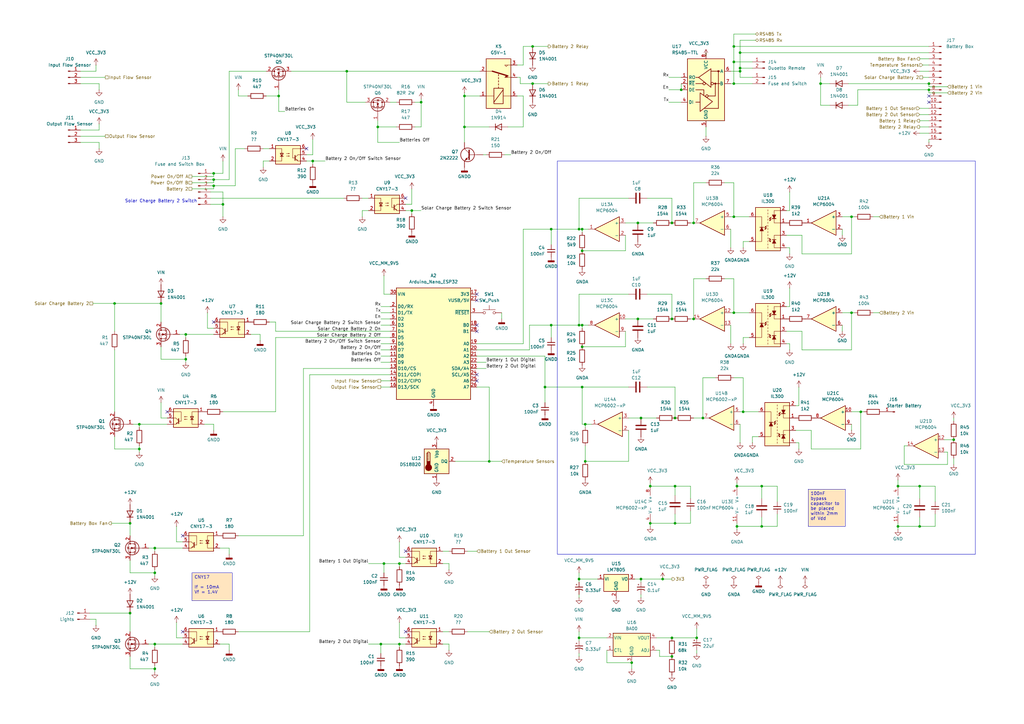
<source format=kicad_sch>
(kicad_sch (version 20250114) (generator "eeschema") (generator_version "9.0")
  (paper "A3")
  (rectangle (start 228.6 66.04) (end 400.05 227.33))
  (text "Solar Charge Battery 2 Switch" (at 66.04 82.55 0) (effects (font (size 1.27 1.27))))
  (text_box "100nF bypass capacitor to be placed within 2mm of Vdd" (at 331.47 200.66 0) (size 15.24 15.24) (margins 0.9525 0.9525 0.9525 0.9525) (fill (type color) (color 255 229 191 1)) (effects (font (size 1.27 1.27)) (justify left top)))
  (text_box "CNY17\n\nIf = 10mA\nVf = 1.4V" (at 78.74 234.95 0) (size 16.51 11.43) (margins 0.9525 0.9525 0.9525 0.9525) (fill (type color) (color 255 229 191 1)) (effects (font (size 1.27 1.27)) (justify left top)))
  (junction (at 266.7 199.39))
  (junction (at 156.21 264.16))
  (junction (at 237.49 261.62))
  (junction (at 303.53 21.59))
  (junction (at 262.89 171.45))
  (junction (at 276.86 199.39))
  (junction (at 240.03 173.99))
  (junction (at 63.5 274.32))
  (junction (at 238.76 93.98))
  (junction (at 312.42 215.9))
  (junction (at 172.72 41.91))
  (junction (at 238.76 102.87))
  (junction (at 368.3 199.39))
  (junction (at 284.48 91.44))
  (junction (at 275.59 261.62))
  (junction (at 223.52 158.75))
  (junction (at 381 36.83))
  (junction (at 275.59 91.44))
  (junction (at 157.48 231.14))
  (junction (at 226.06 133.35))
  (junction (at 87.63 76.2))
  (junction (at 381 34.29))
  (junction (at 300.99 88.9))
  (junction (at 53.34 251.46))
  (junction (at 46.99 124.46))
  (junction (at 63.5 234.95))
  (junction (at 240.03 189.23))
  (junction (at 271.78 237.49))
  (junction (at 238.76 158.75))
  (junction (at 275.59 130.81))
  (junction (at 237.49 133.35))
  (junction (at 237.49 237.49))
  (junction (at 303.53 27.94))
  (junction (at 300.99 25.4))
  (junction (at 266.7 214.63))
  (junction (at 285.75 261.62))
  (junction (at 237.49 93.98))
  (junction (at 275.59 269.24))
  (junction (at 154.94 52.07))
  (junction (at 63.5 264.16))
  (junction (at 284.48 130.81))
  (junction (at 302.26 215.9))
  (junction (at 57.15 173.99))
  (junction (at 377.19 199.39))
  (junction (at 76.2 147.32))
  (junction (at 53.34 214.63))
  (junction (at 142.24 29.21))
  (junction (at 87.63 71.12))
  (junction (at 353.06 168.91))
  (junction (at 218.44 19.05))
  (junction (at 87.63 73.66))
  (junction (at 304.8 168.91))
  (junction (at 336.55 34.29))
  (junction (at 76.2 137.16))
  (junction (at 190.5 39.37))
  (junction (at 312.42 199.39))
  (junction (at 218.44 34.29))
  (junction (at 168.91 86.36))
  (junction (at 238.76 133.35))
  (junction (at 128.27 66.04))
  (junction (at 368.3 215.9))
  (junction (at 190.5 52.07))
  (junction (at 226.06 93.98))
  (junction (at 349.25 128.27))
  (junction (at 349.25 88.9))
  (junction (at 302.26 199.39))
  (junction (at 391.16 180.34))
  (junction (at 163.83 264.16))
  (junction (at 63.5 224.79))
  (junction (at 377.19 215.9))
  (junction (at 57.15 184.15))
  (junction (at 200.66 189.23))
  (junction (at 91.44 83.82))
  (junction (at 303.53 29.21))
  (junction (at 259.08 271.78))
  (junction (at 238.76 142.24))
  (junction (at 261.62 130.81))
  (junction (at 262.89 237.49))
  (junction (at 66.04 124.46))
  (junction (at 300.99 19.05))
  (junction (at 300.99 34.29))
  (junction (at 163.83 231.14))
  (junction (at 279.4 36.83))
  (junction (at 300.99 128.27))
  (junction (at 276.86 171.45))
  (junction (at 276.86 214.63))
  (junction (at 261.62 91.44))
  (junction (at 114.3 39.37))
  (junction (at 288.29 171.45))
  (no_connect (at 166.37 81.28))
  (no_connect (at 68.58 168.91))
  (no_connect (at 195.58 120.65))
  (no_connect (at 195.58 123.19))
  (no_connect (at 195.58 133.35))
  (no_connect (at 195.58 153.67))
  (no_connect (at 195.58 135.89))
  (no_connect (at 166.37 259.08))
  (no_connect (at 74.93 259.08))
  (no_connect (at 381 41.91))
  (no_connect (at 195.58 156.21))
  (no_connect (at 87.63 132.08))
  (no_connect (at 166.37 226.06))
  (no_connect (at 74.93 219.71))
  (no_connect (at 381 39.37))
  (no_connect (at 125.73 60.96))
  (wire (pts (xy 377.19 44.45) (xy 381 44.45)))
  (wire (pts (xy 266.7 198.12) (xy 266.7 199.39)))
  (wire (pts (xy 388.62 35.56) (xy 381 35.56)))
  (wire (pts (xy 302.26 215.9) (xy 302.26 217.17)))
  (wire (pts (xy 262.89 237.49) (xy 271.78 237.49)))
  (wire (pts (xy 241.3 93.98) (xy 238.76 93.98)))
  (wire (pts (xy 257.81 120.65) (xy 237.49 120.65)))
  (wire (pts (xy 237.49 120.65) (xy 237.49 133.35)))
  (wire (pts (xy 322.58 125.73) (xy 323.85 125.73)))
  (wire (pts (xy 304.8 168.91) (xy 303.53 168.91)))
  (wire (pts (xy 195.58 140.97) (xy 214.63 140.97)))
  (wire (pts (xy 262.89 238.76) (xy 262.89 237.49)))
  (wire (pts (xy 195.58 158.75) (xy 200.66 158.75)))
  (wire (pts (xy 46.99 184.15) (xy 57.15 184.15)))
  (wire (pts (xy 328.93 96.52) (xy 328.93 104.14)))
  (wire (pts (xy 33.02 53.34) (xy 40.64 53.34)))
  (wire (pts (xy 288.29 154.94) (xy 293.37 154.94)))
  (wire (pts (xy 151.13 81.28) (xy 148.59 81.28)))
  (wire (pts (xy 266.7 199.39) (xy 276.86 199.39)))
  (wire (pts (xy 72.39 215.9) (xy 72.39 222.25)))
  (wire (pts (xy 168.91 87.63) (xy 168.91 86.36)))
  (wire (pts (xy 381 57.15) (xy 381 58.42)))
  (wire (pts (xy 181.61 226.06) (xy 184.15 226.06)))
  (wire (pts (xy 168.91 83.82) (xy 166.37 83.82)))
  (wire (pts (xy 97.79 39.37) (xy 101.6 39.37)))
  (wire (pts (xy 195.58 151.13) (xy 199.39 151.13)))
  (wire (pts (xy 238.76 158.75) (xy 238.76 173.99)))
  (wire (pts (xy 66.04 124.46) (xy 66.04 132.08)))
  (wire (pts (xy 265.43 120.65) (xy 275.59 120.65)))
  (wire (pts (xy 87.63 71.12) (xy 91.44 71.12)))
  (wire (pts (xy 304.8 154.94) (xy 304.8 168.91)))
  (wire (pts (xy 387.35 180.34) (xy 391.16 180.34)))
  (wire (pts (xy 205.74 128.27) (xy 205.74 130.81)))
  (wire (pts (xy 300.99 19.05) (xy 300.99 25.4)))
  (wire (pts (xy 53.34 251.46) (xy 36.83 251.46)))
  (wire (pts (xy 303.53 27.94) (xy 303.53 29.21)))
  (wire (pts (xy 378.46 31.75) (xy 381 31.75)))
  (wire (pts (xy 214.63 19.05) (xy 214.63 26.67)))
  (wire (pts (xy 72.39 255.27) (xy 72.39 261.62)))
  (wire (pts (xy 76.2 148.59) (xy 76.2 147.32)))
  (wire (pts (xy 46.99 179.07) (xy 46.99 184.15)))
  (wire (pts (xy 307.34 88.9) (xy 300.99 88.9)))
  (wire (pts (xy 349.25 168.91) (xy 353.06 168.91)))
  (wire (pts (xy 370.84 190.5) (xy 388.62 190.5)))
  (wire (pts (xy 163.83 255.27) (xy 163.83 261.62)))
  (wire (pts (xy 97.79 219.71) (xy 124.46 219.71)))
  (wire (pts (xy 128.27 67.31) (xy 128.27 66.04)))
  (wire (pts (xy 351.79 43.18) (xy 351.79 36.83)))
  (wire (pts (xy 285.75 257.81) (xy 285.75 261.62)))
  (wire (pts (xy 156.21 264.16) (xy 163.83 264.16)))
  (wire (pts (xy 76.2 137.16) (xy 87.63 137.16)))
  (wire (pts (xy 377.19 49.53) (xy 381 49.53)))
  (wire (pts (xy 332.74 176.53) (xy 332.74 184.15)))
  (wire (pts (xy 279.4 31.75) (xy 274.32 31.75)))
  (wire (pts (xy 133.35 66.04) (xy 128.27 66.04)))
  (wire (pts (xy 381 46.99) (xy 377.19 46.99)))
  (wire (pts (xy 327.66 181.61) (xy 327.66 184.15)))
  (wire (pts (xy 223.52 146.05) (xy 223.52 158.75)))
  (wire (pts (xy 265.43 158.75) (xy 276.86 158.75)))
  (wire (pts (xy 318.77 210.82) (xy 318.77 215.9)))
  (wire (pts (xy 340.36 34.29) (xy 336.55 34.29)))
  (wire (pts (xy 110.49 60.96) (xy 107.95 60.96)))
  (wire (pts (xy 124.46 151.13) (xy 160.02 151.13)))
  (wire (pts (xy 86.36 78.74) (xy 91.44 78.74)))
  (wire (pts (xy 114.3 45.72) (xy 116.84 45.72)))
  (wire (pts (xy 190.5 52.07) (xy 190.5 58.42)))
  (wire (pts (xy 66.04 147.32) (xy 76.2 147.32)))
  (wire (pts (xy 323.85 78.74) (xy 323.85 86.36)))
  (wire (pts (xy 57.15 185.42) (xy 57.15 184.15)))
  (wire (pts (xy 93.98 227.33) (xy 93.98 224.79)))
  (wire (pts (xy 191.77 259.08) (xy 200.66 259.08)))
  (wire (pts (xy 53.34 214.63) (xy 53.34 219.71)))
  (wire (pts (xy 383.54 210.82) (xy 383.54 215.9)))
  (wire (pts (xy 323.85 118.11) (xy 323.85 125.73)))
  (wire (pts (xy 163.83 228.6) (xy 166.37 228.6)))
  (wire (pts (xy 142.24 29.21) (xy 142.24 41.91)))
  (wire (pts (xy 78.74 74.93) (xy 87.63 74.93)))
  (wire (pts (xy 113.03 135.89) (xy 160.02 135.89)))
  (wire (pts (xy 60.96 264.16) (xy 63.5 264.16)))
  (wire (pts (xy 40.64 50.8) (xy 40.64 53.34)))
  (wire (pts (xy 57.15 175.26) (xy 57.15 173.99)))
  (wire (pts (xy 200.66 189.23) (xy 186.69 189.23)))
  (wire (pts (xy 168.91 86.36) (xy 172.72 86.36)))
  (wire (pts (xy 214.63 140.97) (xy 214.63 93.98)))
  (wire (pts (xy 168.91 86.36) (xy 166.37 86.36)))
  (wire (pts (xy 214.63 19.05) (xy 218.44 19.05)))
  (wire (pts (xy 168.91 77.47) (xy 168.91 83.82)))
  (wire (pts (xy 39.37 26.67) (xy 39.37 29.21)))
  (wire (pts (xy 240.03 189.23) (xy 240.03 182.88)))
  (wire (pts (xy 378.46 26.67) (xy 381 26.67)))
  (wire (pts (xy 318.77 205.74) (xy 318.77 199.39)))
  (wire (pts (xy 46.99 143.51) (xy 46.99 168.91)))
  (wire (pts (xy 156.21 267.97) (xy 156.21 264.16)))
  (wire (pts (xy 326.39 181.61) (xy 327.66 181.61)))
  (wire (pts (xy 300.99 74.93) (xy 300.99 88.9)))
  (wire (pts (xy 87.63 176.53) (xy 87.63 173.99)))
  (wire (pts (xy 328.93 143.51) (xy 349.25 143.51)))
  (wire (pts (xy 190.5 39.37) (xy 190.5 52.07)))
  (wire (pts (xy 262.89 243.84) (xy 262.89 245.11)))
  (wire (pts (xy 256.54 102.87) (xy 238.76 102.87)))
  (wire (pts (xy 300.99 114.3) (xy 300.99 128.27)))
  (wire (pts (xy 300.99 88.9) (xy 299.72 88.9)))
  (wire (pts (xy 226.06 133.35) (xy 226.06 138.43)))
  (wire (pts (xy 33.02 34.29) (xy 40.64 34.29)))
  (wire (pts (xy 381 38.1) (xy 381 36.83)))
  (wire (pts (xy 157.48 120.65) (xy 160.02 120.65)))
  (wire (pts (xy 36.83 254) (xy 39.37 254)))
  (wire (pts (xy 303.53 21.59) (xy 303.53 27.94)))
  (wire (pts (xy 87.63 73.66) (xy 86.36 73.66)))
  (wire (pts (xy 33.02 29.21) (xy 39.37 29.21)))
  (wire (pts (xy 73.66 137.16) (xy 76.2 137.16)))
  (wire (pts (xy 63.5 236.22) (xy 63.5 234.95)))
  (wire (pts (xy 237.49 267.97) (xy 237.49 269.24)))
  (wire (pts (xy 368.3 199.39) (xy 377.19 199.39)))
  (wire (pts (xy 156.21 128.27) (xy 160.02 128.27)))
  (wire (pts (xy 93.98 266.7) (xy 93.98 264.16)))
  (wire (pts (xy 86.36 71.12) (xy 87.63 71.12)))
  (wire (pts (xy 242.57 173.99) (xy 240.03 173.99)))
  (wire (pts (xy 237.49 243.84) (xy 237.49 245.11)))
  (wire (pts (xy 223.52 158.75) (xy 238.76 158.75)))
  (wire (pts (xy 311.15 168.91) (xy 304.8 168.91)))
  (wire (pts (xy 265.43 81.28) (xy 275.59 81.28)))
  (wire (pts (xy 157.48 113.03) (xy 157.48 120.65)))
  (wire (pts (xy 256.54 130.81) (xy 261.62 130.81)))
  (wire (pts (xy 241.3 133.35) (xy 238.76 133.35)))
  (wire (pts (xy 303.53 21.59) (xy 381 21.59)))
  (wire (pts (xy 33.02 58.42) (xy 40.64 58.42)))
  (wire (pts (xy 87.63 77.47) (xy 87.63 76.2)))
  (wire (pts (xy 345.44 135.89) (xy 345.44 133.35)))
  (wire (pts (xy 307.34 138.43) (xy 304.8 138.43)))
  (wire (pts (xy 377.19 199.39) (xy 383.54 199.39)))
  (wire (pts (xy 87.63 74.93) (xy 87.63 73.66)))
  (wire (pts (xy 156.21 125.73) (xy 160.02 125.73)))
  (wire (pts (xy 383.54 205.74) (xy 383.54 199.39)))
  (wire (pts (xy 237.49 261.62) (xy 248.92 261.62)))
  (wire (pts (xy 76.2 146.05) (xy 76.2 147.32)))
  (wire (pts (xy 72.39 261.62) (xy 74.93 261.62)))
  (wire (pts (xy 151.13 86.36) (xy 148.59 86.36)))
  (wire (pts (xy 113.03 132.08) (xy 113.03 135.89)))
  (wire (pts (xy 300.99 25.4) (xy 300.99 34.29)))
  (wire (pts (xy 377.19 54.61) (xy 381 54.61)))
  (wire (pts (xy 327.66 158.75) (xy 327.66 166.37)))
  (wire (pts (xy 349.25 88.9) (xy 345.44 88.9)))
  (wire (pts (xy 96.52 76.2) (xy 87.63 76.2)))
  (wire (pts (xy 302.26 215.9) (xy 312.42 215.9)))
  (wire (pts (xy 308.61 31.75) (xy 303.53 31.75)))
  (wire (pts (xy 257.81 81.28) (xy 237.49 81.28)))
  (wire (pts (xy 237.49 262.89) (xy 237.49 261.62)))
  (wire (pts (xy 46.99 135.89) (xy 46.99 124.46)))
  (wire (pts (xy 283.21 204.47) (xy 283.21 199.39)))
  (wire (pts (xy 200.66 189.23) (xy 205.74 189.23)))
  (wire (pts (xy 170.18 52.07) (xy 172.72 52.07)))
  (wire (pts (xy 257.81 171.45) (xy 262.89 171.45)))
  (wire (pts (xy 238.76 133.35) (xy 237.49 133.35)))
  (wire (pts (xy 381 29.21) (xy 377.19 29.21)))
  (wire (pts (xy 360.68 128.27) (xy 358.14 128.27)))
  (wire (pts (xy 377.19 24.13) (xy 381 24.13)))
  (wire (pts (xy 208.28 52.07) (xy 214.63 52.07)))
  (wire (pts (xy 85.09 128.27) (xy 85.09 134.62)))
  (wire (pts (xy 154.94 52.07) (xy 154.94 49.53)))
  (wire (pts (xy 151.13 231.14) (xy 157.48 231.14)))
  (wire (pts (xy 93.98 264.16) (xy 90.17 264.16)))
  (wire (pts (xy 256.54 96.52) (xy 256.54 102.87)))
  (wire (pts (xy 114.3 36.83) (xy 114.3 39.37)))
  (wire (pts (xy 91.44 83.82) (xy 91.44 88.9)))
  (wire (pts (xy 127 259.08) (xy 127 153.67)))
  (wire (pts (xy 377.19 52.07) (xy 381 52.07)))
  (wire (pts (xy 163.83 222.25) (xy 163.83 228.6)))
  (wire (pts (xy 351.79 36.83) (xy 381 36.83)))
  (wire (pts (xy 214.63 93.98) (xy 226.06 93.98)))
  (wire (pts (xy 322.58 96.52) (xy 328.93 96.52)))
  (wire (pts (xy 262.89 171.45) (xy 269.24 171.45)))
  (wire (pts (xy 214.63 26.67) (xy 212.09 26.67)))
  (wire (pts (xy 238.76 93.98) (xy 237.49 93.98)))
  (wire (pts (xy 93.98 29.21) (xy 109.22 29.21)))
  (wire (pts (xy 303.53 29.21) (xy 299.72 29.21)))
  (wire (pts (xy 275.59 81.28) (xy 275.59 91.44)))
  (wire (pts (xy 377.19 199.39) (xy 377.19 204.47)))
  (wire (pts (xy 226.06 93.98) (xy 226.06 100.33)))
  (wire (pts (xy 213.36 31.75) (xy 213.36 34.29)))
  (wire (pts (xy 53.34 251.46) (xy 53.34 259.08)))
  (wire (pts (xy 154.94 58.42) (xy 154.94 52.07)))
  (wire (pts (xy 40.64 58.42) (xy 40.64 60.96)))
  (wire (pts (xy 308.61 27.94) (xy 303.53 27.94)))
  (wire (pts (xy 53.34 274.32) (xy 63.5 274.32)))
  (wire (pts (xy 322.58 86.36) (xy 323.85 86.36)))
  (wire (pts (xy 181.61 231.14) (xy 184.15 231.14)))
  (wire (pts (xy 312.42 199.39) (xy 318.77 199.39)))
  (wire (pts (xy 240.03 173.99) (xy 238.76 173.99)))
  (wire (pts (xy 347.98 43.18) (xy 351.79 43.18)))
  (wire (pts (xy 271.78 237.49) (xy 275.59 237.49)))
  (wire (pts (xy 372.11 182.88) (xy 370.84 182.88)))
  (wire (pts (xy 297.18 114.3) (xy 300.99 114.3)))
  (wire (pts (xy 181.61 259.08) (xy 184.15 259.08)))
  (wire (pts (xy 218.44 19.05) (xy 224.79 19.05)))
  (wire (pts (xy 349.25 104.14) (xy 349.25 88.9)))
  (wire (pts (xy 381 35.56) (xy 381 34.29)))
  (wire (pts (xy 33.02 55.88) (xy 43.18 55.88)))
  (wire (pts (xy 157.48 234.95) (xy 157.48 231.14)))
  (wire (pts (xy 259.08 274.32) (xy 259.08 271.78)))
  (wire (pts (xy 156.21 146.05) (xy 160.02 146.05)))
  (wire (pts (xy 157.48 231.14) (xy 163.83 231.14)))
  (wire (pts (xy 269.24 261.62) (xy 275.59 261.62)))
  (wire (pts (xy 256.54 135.89) (xy 256.54 142.24)))
  (wire (pts (xy 63.5 226.06) (xy 63.5 224.79)))
  (wire (pts (xy 350.52 128.27) (xy 349.25 128.27)))
  (wire (pts (xy 119.38 29.21) (xy 142.24 29.21)))
  (wire (pts (xy 285.75 266.7) (xy 285.75 267.97)))
  (wire (pts (xy 308.61 25.4) (xy 300.99 25.4)))
  (wire (pts (xy 218.44 34.29) (xy 224.79 34.29)))
  (wire (pts (xy 303.53 16.51) (xy 303.53 21.59)))
  (wire (pts (xy 303.53 173.99) (xy 303.53 181.61)))
  (wire (pts (xy 97.79 259.08) (xy 127 259.08)))
  (wire (pts (xy 223.52 158.75) (xy 223.52 165.1)))
  (wire (pts (xy 270.51 269.24) (xy 270.51 266.7)))
  (wire (pts (xy 307.34 99.06) (xy 304.8 99.06)))
  (wire (pts (xy 87.63 173.99) (xy 83.82 173.99)))
  (wire (pts (xy 256.54 91.44) (xy 261.62 91.44)))
  (wire (pts (xy 113.03 138.43) (xy 113.03 168.91)))
  (wire (pts (xy 300.99 128.27) (xy 299.72 128.27)))
  (wire (pts (xy 156.21 148.59) (xy 160.02 148.59)))
  (wire (pts (xy 110.49 132.08) (xy 113.03 132.08)))
  (wire (pts (xy 39.37 254) (xy 39.37 256.54)))
  (wire (pts (xy 248.92 266.7) (xy 248.92 271.78)))
  (wire (pts (xy 226.06 93.98) (xy 237.49 93.98)))
  (wire (pts (xy 284.48 130.81) (xy 283.21 130.81)))
  (wire (pts (xy 113.03 138.43) (xy 160.02 138.43)))
  (wire (pts (xy 226.06 133.35) (xy 237.49 133.35)))
  (wire (pts (xy 299.72 133.35) (xy 299.72 140.97)))
  (wire (pts (xy 257.81 176.53) (xy 257.81 189.23)))
  (wire (pts (xy 326.39 166.37) (xy 327.66 166.37)))
  (wire (pts (xy 106.68 137.16) (xy 102.87 137.16)))
  (wire (pts (xy 156.21 140.97) (xy 160.02 140.97)))
  (wire (pts (xy 304.8 138.43) (xy 304.8 140.97)))
  (wire (pts (xy 63.5 275.59) (xy 63.5 274.32)))
  (wire (pts (xy 200.66 158.75) (xy 200.66 189.23)))
  (wire (pts (xy 328.93 104.14) (xy 349.25 104.14)))
  (wire (pts (xy 106.68 139.7) (xy 106.68 137.16)))
  (wire (pts (xy 162.56 52.07) (xy 154.94 52.07)))
  (wire (pts (xy 195.58 146.05) (xy 223.52 146.05)))
  (wire (pts (xy 63.5 224.79) (xy 74.93 224.79)))
  (wire (pts (xy 190.5 39.37) (xy 196.85 39.37)))
  (wire (pts (xy 350.52 88.9) (xy 349.25 88.9)))
  (wire (pts (xy 198.12 63.5) (xy 199.39 63.5)))
  (wire (pts (xy 323.85 140.97) (xy 323.85 143.51)))
  (wire (pts (xy 114.3 45.72) (xy 114.3 39.37)))
  (wire (pts (xy 349.25 176.53) (xy 349.25 173.99)))
  (wire (pts (xy 63.5 273.05) (xy 63.5 274.32)))
  (wire (pts (xy 149.86 41.91) (xy 142.24 41.91)))
  (wire (pts (xy 300.99 154.94) (xy 304.8 154.94)))
  (wire (pts (xy 237.49 81.28) (xy 237.49 93.98)))
  (wire (pts (xy 53.34 214.63) (xy 45.72 214.63)))
  (wire (pts (xy 128.27 66.04) (xy 125.73 66.04)))
  (wire (pts (xy 260.35 237.49) (xy 262.89 237.49)))
  (wire (pts (xy 74.93 222.25) (xy 72.39 222.25)))
  (wire (pts (xy 238.76 93.98) (xy 238.76 95.25)))
  (wire (pts (xy 33.02 31.75) (xy 43.18 31.75)))
  (wire (pts (xy 128.27 57.15) (xy 128.27 63.5)))
  (wire (pts (xy 266.7 214.63) (xy 276.86 214.63)))
  (wire (pts (xy 53.34 229.87) (xy 53.34 234.95)))
  (wire (pts (xy 181.61 264.16) (xy 184.15 264.16)))
  (wire (pts (xy 172.72 41.91) (xy 170.18 41.91)))
  (wire (pts (xy 311.15 179.07) (xy 308.61 179.07)))
  (wire (pts (xy 284.48 114.3) (xy 289.56 114.3)))
  (wire (pts (xy 212.09 31.75) (xy 213.36 31.75)))
  (wire (pts (xy 184.15 264.16) (xy 184.15 266.7)))
  (wire (pts (xy 163.83 261.62) (xy 166.37 261.62)))
  (wire (pts (xy 270.51 266.7) (xy 269.24 266.7)))
  (wire (pts (xy 163.83 265.43) (xy 163.83 264.16)))
  (wire (pts (xy 349.25 128.27) (xy 345.44 128.27)))
  (wire (pts (xy 368.3 215.9) (xy 368.3 217.17)))
  (wire (pts (xy 172.72 41.91) (xy 172.72 52.07)))
  (wire (pts (xy 217.17 133.35) (xy 217.17 143.51)))
  (wire (pts (xy 190.5 38.1) (xy 190.5 39.37)))
  (wire (pts (xy 318.77 215.9) (xy 312.42 215.9)))
  (wire (pts (xy 261.62 91.44) (xy 267.97 91.44)))
  (wire (pts (xy 300.99 19.05) (xy 381 19.05)))
  (wire (pts (xy 237.49 259.08) (xy 237.49 261.62)))
  (wire (pts (xy 184.15 231.14) (xy 184.15 233.68)))
  (wire (pts (xy 240.03 173.99) (xy 240.03 175.26)))
  (wire (pts (xy 388.62 38.1) (xy 381 38.1)))
  (wire (pts (xy 312.42 199.39) (xy 312.42 204.47)))
  (wire (pts (xy 156.21 130.81) (xy 160.02 130.81)))
  (wire (pts (xy 151.13 264.16) (xy 156.21 264.16)))
  (wire (pts (xy 275.59 261.62) (xy 285.75 261.62)))
  (wire (pts (xy 322.58 140.97) (xy 323.85 140.97)))
  (wire (pts (xy 300.99 13.97) (xy 300.99 19.05)))
  (wire (pts (xy 214.63 39.37) (xy 214.63 52.07)))
  (wire (pts (xy 336.55 31.75) (xy 336.55 34.29)))
  (wire (pts (xy 124.46 219.71) (xy 124.46 151.13)))
  (wire (pts (xy 217.17 133.35) (xy 226.06 133.35)))
  (wire (pts (xy 300.99 34.29) (xy 299.72 34.29)))
  (wire (pts (xy 284.48 91.44) (xy 284.48 74.93)))
  (wire (pts (xy 93.98 224.79) (xy 90.17 224.79)))
  (wire (pts (xy 312.42 212.09) (xy 312.42 215.9)))
  (wire (pts (xy 308.61 179.07) (xy 308.61 181.61)))
  (wire (pts (xy 360.68 88.9) (xy 358.14 88.9)))
  (wire (pts (xy 322.58 135.89) (xy 328.93 135.89)))
  (wire (pts (xy 100.33 60.96) (xy 96.52 60.96)))
  (wire (pts (xy 349.25 143.51) (xy 349.25 128.27)))
  (wire (pts (xy 91.44 71.12) (xy 91.44 66.04)))
  (wire (pts (xy 308.61 34.29) (xy 300.99 34.29)))
  (wire (pts (xy 57.15 173.99) (xy 68.58 173.99)))
  (wire (pts (xy 195.58 148.59) (xy 199.39 148.59)))
  (wire (pts (xy 266.7 214.63) (xy 266.7 215.9)))
  (wire (pts (xy 87.63 76.2) (xy 86.36 76.2)))
  (wire (pts (xy 54.61 173.99) (xy 57.15 173.99)))
  (wire (pts (xy 391.16 171.45) (xy 391.16 172.72)))
  (wire (pts (xy 156.21 133.35) (xy 160.02 133.35)))
  (wire (pts (xy 163.83 58.42) (xy 154.94 58.42)))
  (wire (pts (xy 370.84 182.88) (xy 370.84 190.5)))
  (wire (pts (xy 191.77 226.06) (xy 195.58 226.06)))
  (wire (pts (xy 76.2 138.43) (xy 76.2 137.16)))
  (wire (pts (xy 38.1 124.46) (xy 46.99 124.46)))
  (wire (pts (xy 275.59 120.65) (xy 275.59 130.81)))
  (wire (pts (xy 63.5 264.16) (xy 74.93 264.16)))
  (wire (pts (xy 142.24 29.21) (xy 196.85 29.21)))
  (wire (pts (xy 93.98 73.66) (xy 87.63 73.66)))
  (wire (pts (xy 388.62 185.42) (xy 387.35 185.42)))
  (wire (pts (xy 309.88 16.51) (xy 303.53 16.51)))
  (wire (pts (xy 289.56 52.07) (xy 289.56 55.88)))
  (wire (pts (xy 66.04 165.1) (xy 66.04 171.45)))
  (wire (pts (xy 162.56 41.91) (xy 160.02 41.91)))
  (wire (pts (xy 304.8 99.06) (xy 304.8 101.6)))
  (wire (pts (xy 237.49 234.95) (xy 237.49 237.49)))
  (wire (pts (xy 172.72 40.64) (xy 172.72 41.91)))
  (wire (pts (xy 309.88 13.97) (xy 300.99 13.97)))
  (wire (pts (xy 78.74 77.47) (xy 87.63 77.47)))
  (wire (pts (xy 63.5 233.68) (xy 63.5 234.95)))
  (wire (pts (xy 302.26 199.39) (xy 312.42 199.39)))
  (wire (pts (xy 297.18 74.93) (xy 300.99 74.93)))
  (wire (pts (xy 368.3 214.63) (xy 368.3 215.9)))
  (wire (pts (xy 256.54 142.24) (xy 238.76 142.24)))
  (wire (pts (xy 97.79 36.83) (xy 97.79 39.37)))
  (wire (pts (xy 288.29 171.45) (xy 284.48 171.45)))
  (wire (pts (xy 345.44 96.52) (xy 345.44 93.98)))
  (wire (pts (xy 276.86 158.75) (xy 276.86 171.45)))
  (wire (pts (xy 86.36 81.28) (xy 140.97 81.28)))
  (wire (pts (xy 156.21 156.21) (xy 160.02 156.21)))
  (wire (pts (xy 275.59 269.24) (xy 270.51 269.24)))
  (wire (pts (xy 237.49 238.76) (xy 237.49 237.49)))
  (wire (pts (xy 326.39 176.53) (xy 332.74 176.53)))
  (wire (pts (xy 336.55 34.29) (xy 336.55 43.18)))
  (wire (pts (xy 163.83 264.16) (xy 166.37 264.16)))
  (wire (pts (xy 213.36 34.29) (xy 218.44 34.29)))
  (wire (pts (xy 276.86 214.63) (xy 276.86 210.82)))
  (wire (pts (xy 190.5 52.07) (xy 200.66 52.07)))
  (wire (pts (xy 96.52 60.96) (xy 96.52 76.2)))
  (wire (pts (xy 279.4 34.29) (xy 279.4 36.83)))
  (wire (pts (xy 91.44 78.74) (xy 91.44 83.82)))
  (wire (pts (xy 332.74 184.15) (xy 353.06 184.15)))
  (wire (pts (xy 156.21 143.51) (xy 160.02 143.51)))
  (wire (pts (xy 107.95 66.04) (xy 107.95 68.58)))
  (wire (pts (xy 279.4 36.83) (xy 274.32 36.83)))
  (wire (pts (xy 237.49 237.49) (xy 245.11 237.49)))
  (wire (pts (xy 377.19 212.09) (xy 377.19 215.9)))
  (wire (pts (xy 63.5 265.43) (xy 63.5 264.16)))
  (wire (pts (xy 391.16 187.96) (xy 391.16 190.5)))
  (wire (pts (xy 85.09 134.62) (xy 87.63 134.62)))
  (wire (pts (xy 87.63 72.39) (xy 87.63 71.12)))
  (wire (pts (xy 283.21 91.44) (xy 284.48 91.44)))
  (wire (pts (xy 279.4 41.91) (xy 274.32 41.91)))
  (wire (pts (xy 57.15 182.88) (xy 57.15 184.15)))
  (wire (pts (xy 212.09 39.37) (xy 214.63 39.37)))
  (wire (pts (xy 248.92 271.78) (xy 259.08 271.78)))
  (wire (pts (xy 322.58 101.6) (xy 323.85 101.6)))
  (wire (pts (xy 276.86 203.2) (xy 276.86 199.39)))
  (wire (pts (xy 299.72 93.98) (xy 299.72 101.6)))
  (wire (pts (xy 207.01 63.5) (xy 209.55 63.5)))
  (wire (pts (xy 261.62 130.81) (xy 267.97 130.81)))
  (wire (pts (xy 284.48 74.93) (xy 289.56 74.93)))
  (wire (pts (xy 46.99 124.46) (xy 66.04 124.46)))
  (wire (pts (xy 163.83 231.14) (xy 166.37 231.14)))
  (wire (pts (xy 163.83 232.41) (xy 163.83 231.14)))
  (wire (pts (xy 283.21 214.63) (xy 276.86 214.63)))
  (wire (pts (xy 53.34 234.95) (xy 63.5 234.95)))
  (wire (pts (xy 302.26 215.9) (xy 302.26 214.63)))
  (wire (pts (xy 257.81 158.75) (xy 238.76 158.75)))
  (wire (pts (xy 93.98 29.21) (xy 93.98 73.66)))
  (wire (pts (xy 323.85 101.6) (xy 323.85 104.14)))
  (wire (pts (xy 91.44 168.91) (xy 113.03 168.91)))
  (wire (pts (xy 289.56 21.59) (xy 289.56 22.86)))
  (wire (pts (xy 127 153.67) (xy 160.02 153.67)))
  (wire (pts (xy 388.62 190.5) (xy 388.62 185.42)))
  (wire (pts (xy 354.33 168.91) (xy 353.06 168.91)))
  (wire (pts (xy 66.04 142.24) (xy 66.04 147.32)))
  (wire (pts (xy 195.58 143.51) (xy 217.17 143.51)))
  (wire (pts (xy 368.3 196.85) (xy 368.3 199.39)))
  (wire (pts (xy 283.21 209.55) (xy 283.21 214.63)))
  (wire (pts (xy 91.44 83.82) (xy 86.36 83.82)))
  (wire (pts (xy 347.98 34.29) (xy 381 34.29)))
  (wire (pts (xy 302.26 198.12) (xy 302.26 199.39)))
  (wire (pts (xy 238.76 133.35) (xy 238.76 134.62)))
  (wire (pts (xy 78.74 72.39) (xy 87.63 72.39)))
  (wire (pts (xy 148.59 86.36) (xy 148.59 88.9)))
  (wire (pts (xy 353.06 184.15) (xy 353.06 168.91)))
  (wire (pts (xy 276.86 199.39) (xy 283.21 199.39)))
  (wire (pts (xy 288.29 171.45) (xy 288.29 154.94)))
  (wire (pts (xy 128.27 63.5) (xy 125.73 63.5)))
  (wire (pts (xy 328.93 135.89) (xy 328.93 143.51)))
  (wire (pts (xy 156.21 158.75) (xy 160.02 158.75)))
  (wire (pts (xy 110.49 66.04) (xy 107.95 66.04)))
  (wire (pts (xy 60.96 224.79) (xy 63.5 224.79)))
  (wire (pts (xy 40.64 34.29) (xy 40.64 36.83)))
  (wire (pts (xy 383.54 215.9) (xy 377.19 215.9)))
  (wire (pts (xy 53.34 269.24) (xy 53.34 274.32)))
  (wire (pts (xy 257.81 189.23) (xy 240.03 189.23)))
  (wire (pts (xy 307.34 128.27) (xy 300.99 128.27)))
  (wire (pts (xy 368.3 215.9) (xy 377.19 215.9)))
  (wire (pts (xy 336.55 43.18) (xy 340.36 43.18)))
  (wire (pts (xy 284.48 130.81) (xy 284.48 114.3)))
  (wire (pts (xy 303.53 31.75) (xy 303.53 29.21)))
  (wire (pts (xy 109.22 39.37) (xy 114.3 39.37)))
  (wire (pts (xy 66.04 171.45) (xy 68.58 171.45)))
  (label "Battery 2 On{slash}Off Switch Sensor" (at 133.35 66.04 0))
  (label "Battery 2 On{slash}Off Switch Sensor" (at 156.21 140.97 180))
  (label "Solar Charge Battery 2 Switch Sensor" (at 156.21 133.35 180))
  (label "En" (at 274.32 36.83 180))
  (label "Tx" (at 156.21 128.27 180))
  (label "En" (at 156.21 130.81 180))
  (label "Batteries On" (at 116.84 45.72 0))
  (label "Battery 1 Out Digital" (at 199.39 148.59 0))
  (label "Battery 2 On{slash}Off" (at 209.55 63.5 0))
  (label "Battery 2 On{slash}Off" (at 156.21 143.51 180))
  (label "Solar Charge Battery 2 Switch Sensor" (at 172.72 86.36 0))
  (label "Solar Charge Battery 2 On" (at 156.21 135.89 180))
  (label "Battery 1 Out Digital" (at 151.13 231.14 180))
  (label "Batteries Off" (at 156.21 148.59 180))
  (label "Battery 2 Out Digital" (at 151.13 264.16 180))
  (label "Batteries On" (at 156.21 146.05 180))
  (label "Battery 2 Out Digital" (at 199.39 151.13 0))
  (label "Tx" (at 274.32 41.91 180))
  (label "Rx" (at 274.32 31.75 180))
  (label "Batteries Off" (at 163.83 58.42 0))
  (label "Rx" (at 156.21 125.73 180))
  (label "Solar Charge Battery 2 Off" (at 156.21 138.43 180))
  (hierarchical_label "Battery 2 Out Sensor" (shape input) (at 200.66 259.08 0))
  (hierarchical_label "Battery 1 Vin" (shape input) (at 388.62 35.56 0))
  (hierarchical_label "Battery 1 Relay" (shape output) (at 224.79 34.29 0))
  (hierarchical_label "Power On/Off B" (shape passive) (at 78.74 74.93 180))
  (hierarchical_label "Battery 2" (shape passive) (at 78.74 77.47 180))
  (hierarchical_label "RS485 Rx" (shape bidirectional) (at 309.88 16.51 0))
  (hierarchical_label "Battery 2 Relay" (shape output) (at 377.19 52.07 180))
  (hierarchical_label "Battery 1 Relay" (shape output) (at 377.19 49.53 180))
  (hierarchical_label "Battery 2 Relay" (shape output) (at 224.79 19.05 0))
  (hierarchical_label "3V3" (shape output) (at 275.59 237.49 0))
  (hierarchical_label "Battery 1 Vin" (shape input) (at 360.68 88.9 0))
  (hierarchical_label "Solar Charge Battery 2" (shape passive) (at 378.46 31.75 180))
  (hierarchical_label "RS485 Tx" (shape bidirectional) (at 309.88 13.97 0))
  (hierarchical_label "Output Flow Sensor" (shape passive) (at 156.21 158.75 180))
  (hierarchical_label "Input Flow Sensor" (shape passive) (at 156.21 156.21 180))
  (hierarchical_label "Output Flow Sensor" (shape passive) (at 43.18 55.88 0))
  (hierarchical_label "Temperature Sensors" (shape input) (at 378.46 26.67 180))
  (hierarchical_label "Battery Box Fan" (shape output) (at 45.72 214.63 180))
  (hierarchical_label "Battery 2 Vin" (shape input) (at 388.62 38.1 0))
  (hierarchical_label "Temperature Sensors" (shape input) (at 205.74 189.23 0))
  (hierarchical_label "Battery 1 Out Sensor" (shape input) (at 195.58 226.06 0))
  (hierarchical_label "Battery 2 Out Sensor" (shape input) (at 377.19 46.99 180))
  (hierarchical_label "Power On/Off A" (shape passive) (at 78.74 72.39 180))
  (hierarchical_label "Battery 1 Out Sensor" (shape input) (at 377.19 44.45 180))
  (hierarchical_label "Solar Charge Battery 2" (shape passive) (at 38.1 124.46 180))
  (hierarchical_label "Battery Box Fan" (shape output) (at 377.19 24.13 180))
  (hierarchical_label "Input Flow Sensor" (shape passive) (at 43.18 31.75 0))
  (hierarchical_label "Battery 2 Vin" (shape input) (at 360.68 128.27 0))
  (symbol (lib_id "power:GND") (at 323.85 104.14 0) (unit 1)
    (property "Reference" "#PWR0112" (effects (hide yes)))
    (property "Value" "GND" (at 323.85 109.22 0))
    (property "Description" "Power symbol creates a global label with name \"GND\" , ground" (effects (hide yes)))
  )
  (symbol (lib_id "MCU_Module:Arduino_Nano_ESP32") (at 177.8 140.97 0) (unit 1)
    (property "Reference" "A2" (at 177.8 113.03 0))
    (property "Value" "Arduino_Nano_ESP32" (at 177.8 115.57 0))
    (property "Footprint" "Module:Arduino_Nano" (effects (hide yes)))
    (property "Datasheet" "https://docs.arduino.cc/resources/datasheets/ABX00083-datasheet.pdf" (effects (hide yes)))
    (property "Description" "Arduino Nano board based on the ESP32-S3 with a dual-core 240 MHz processor, 384 kB ROM, 512 kB SRAM. Operates at 3.3V, with 5V USB-C® input and 6-21V VIN. Features Wi-Fi®, Bluetooth® LE, digital and analog pins, and supports SPI, I2C, UART, I2S, and CAN." (effects (hide yes)))
  )
  (symbol (lib_id "power:GND") (at 76.2 148.59 0) (mirror y) (unit 1)
    (property "Reference" "#PWR042" (effects (hide yes)))
    (property "Value" "GND" (at 76.2 153.67 0))
    (property "Description" "Power symbol creates a global label with name \"GND\" , ground" (effects (hide yes)))
  )
  (symbol (lib_id "Connector:Conn_01x03_Pin") (at 27.94 31.75 0) (unit 1)
    (property "Reference" "J10" (at 28.575 24.13 0))
    (property "Value" "Input Flow Sensor" (at 28.575 26.67 0))
    (property "Footprint" "Connector_Molex:CONN_SD-172648-0000_02_MOL" (effects (hide yes)))
    (property "Description" "Generic connector, single row, 01x03, script generated" (effects (hide yes)))
  )
  (symbol (lib_id "Diode:1N4001") (at 344.17 43.18 0) (unit 1)
    (property "Reference" "D8" (at 344.17 36.83 0))
    (property "Value" "1N4001" (at 344.17 39.37 0))
    (property "Footprint" "Diode_THT:D_DO-41_SOD81_P10.16mm_Horizontal" (effects (hide yes)))
    (property "Datasheet" "http://www.vishay.com/docs/88503/1n4001.pdf" (effects (hide yes)))
    (property "Description" "50V 1A General Purpose Rectifier Diode, DO-41" (effects (hide yes)))
    (property "Sim.Device" "D" (effects (hide yes)))
    (property "Sim.Pins" "1=K 2=A" (effects (hide yes)))
  )
  (symbol (lib_id "Device:R") (at 240.03 193.04 0) (mirror y) (unit 1)
    (property "Reference" "R27" (at 237.49 191.7699 0) (effects (justify left)))
    (property "Value" "10k" (at 237.49 194.3099 0) (effects (justify left)))
    (property "Description" "Resistor" (effects (hide yes)))
  )
  (symbol (lib_id "Amplifier_Operational:MCP6004") (at 341.63 171.45 0) (mirror y) (unit 3)
    (property "Reference" "U21" (at 341.63 161.29 0))
    (property "Value" "MCP6004" (at 341.63 163.83 0))
    (property "Datasheet" "http://ww1.microchip.com/downloads/en/DeviceDoc/21733j.pdf" (effects (hide yes)))
    (property "Description" "1MHz, Low-Power Op Amp, DIP-14/SOIC-14/TSSOP-14" (effects (hide yes)))
  )
  (symbol (lib_id "power:GNDD") (at 190.5 68.58 0) (mirror y) (unit 1)
    (property "Reference" "#PWR071" (effects (hide yes)))
    (property "Value" "GNDD" (at 190.5 72.39 0))
    (property "Description" "Power symbol creates a global label with name \"GNDD\" , digital ground" (effects (hide yes)))
  )
  (symbol (lib_id "Device:C_Polarized_Small_US") (at 237.49 241.3 0) (unit 1)
    (property "Reference" "C6" (at 240.03 239.5981 0) (effects (justify left)))
    (property "Value" "0.33uF" (at 240.03 242.1381 0) (effects (justify left)))
    (property "Description" "Polarized capacitor, small US symbol" (effects (hide yes)))
  )
  (symbol (lib_id "power:GNDD") (at 93.98 227.33 0) (unit 1)
    (property "Reference" "#PWR047" (effects (hide yes)))
    (property "Value" "GNDD" (at 93.98 231.14 0))
    (property "Description" "Power symbol creates a global label with name \"GNDD\" , digital ground" (effects (hide yes)))
  )
  (symbol (lib_id "Isolator:CNY17-3") (at 173.99 261.62 0) (mirror y) (unit 1)
    (property "Reference" "U11" (at 173.99 252.73 0))
    (property "Value" "CNY17-3" (at 173.99 255.27 0))
    (property "Datasheet" "http://www.vishay.com/docs/83606/cny17.pdf" (effects (hide yes)))
    (property "Description" "DC Optocoupler Base Connected, Vce 70V, CTR 100-200%, Viso 5000V (RMS), DIP6" (effects (hide yes)))
  )
  (symbol (lib_id "Device:R") (at 354.33 128.27 270) (mirror x) (unit 1)
    (property "Reference" "R43" (at 354.33 121.92 90))
    (property "Value" "100k" (at 354.33 124.46 90))
    (property "Description" "Resistor" (effects (hide yes)))
  )
  (symbol (lib_id "power:GND") (at 179.07 196.85 0) (unit 1)
    (property "Reference" "#PWR067" (effects (hide yes)))
    (property "Value" "GND" (at 179.07 201.93 0))
    (property "Description" "Power symbol creates a global label with name \"GND\" , ground" (effects (hide yes)))
  )
  (symbol (lib_id "power:GNDD") (at 226.06 105.41 0) (unit 1)
    (property "Reference" "#PWR076" (effects (hide yes)))
    (property "Value" "GNDD" (at 226.06 109.22 0))
    (property "Description" "Power symbol creates a global label with name \"GNDD\" , digital ground" (effects (hide yes)))
  )
  (symbol (lib_id "power:GNDD") (at 223.52 170.18 0) (unit 1)
    (property "Reference" "#PWR075" (effects (hide yes)))
    (property "Value" "GNDD" (at 223.52 173.99 0))
    (property "Description" "Power symbol creates a global label with name \"GNDD\" , digital ground" (effects (hide yes)))
  )
  (symbol (lib_id "Device:C_Polarized_Small_US") (at 285.75 264.16 0) (unit 1)
    (property "Reference" "C17" (at 288.29 262.4581 0) (effects (justify left)))
    (property "Value" "22uF" (at 288.29 264.9981 0) (effects (justify left)))
    (property "Description" "Polarized capacitor, small US symbol" (effects (hide yes)))
  )
  (symbol (lib_id "power:GND") (at 237.49 269.24 0) (unit 1)
    (property "Reference" "#PWR081" (effects (hide yes)))
    (property "Value" "GND" (at 237.49 274.32 0))
    (property "Description" "Power symbol creates a global label with name \"GND\" , ground" (effects (hide yes)))
  )
  (symbol (lib_id "power:GNDA") (at 266.7 215.9 0) (unit 1)
    (property "Reference" "#PWR092" (effects (hide yes)))
    (property "Value" "GNDA" (at 266.7 220.98 0))
    (property "Description" "Power symbol creates a global label with name \"GNDA\" , analog ground" (effects (hide yes)))
  )
  (symbol (lib_id "Device:R") (at 63.5 229.87 0) (mirror y) (unit 1)
    (property "Reference" "R3" (at 60.96 228.5999 0) (effects (justify left)))
    (property "Value" "4k7" (at 60.96 231.1399 0) (effects (justify left)))
    (property "Description" "Resistor" (effects (hide yes)))
  )
  (symbol (lib_id "Device:R") (at 187.96 226.06 90) (unit 1)
    (property "Reference" "R19" (at 187.96 219.71 90))
    (property "Value" "??" (at 187.96 222.25 90))
    (property "Description" "Resistor" (effects (hide yes)))
  )
  (symbol (lib_id "Connector:Conn_01x02_Pin") (at 313.69 25.4 0) (mirror y) (unit 1)
    (property "Reference" "J14" (at 314.96 25.3999 0) (effects (justify right)))
    (property "Value" "Duoetto Remote" (at 314.96 27.9399 0) (effects (justify right)))
    (property "Footprint" "Connector_Molex:Molex_Mini-Fit_Jr_5569-02A1_2x01_P4.20mm_Horizontal" (effects (hide yes)))
    (property "Description" "Generic connector, single row, 01x02, script generated" (effects (hide yes)))
  )
  (symbol (lib_id "power:GND") (at 349.25 176.53 0) (unit 1)
    (property "Reference" "#PWR0121" (effects (hide yes)))
    (property "Value" "GND" (at 349.25 180.34 0))
    (property "Description" "Power symbol creates a global label with name \"GND\" , ground" (effects (hide yes)))
  )
  (symbol (lib_id "Device:R") (at 279.4 91.44 270) (mirror x) (unit 1)
    (property "Reference" "R33" (at 279.4 85.09 90))
    (property "Value" "154k" (at 279.4 87.63 90))
    (property "Description" "Resistor" (effects (hide yes)))
  )
  (symbol (lib_id "power:GNDA") (at 238.76 149.86 0) (unit 1)
    (property "Reference" "#PWR083" (effects (hide yes)))
    (property "Value" "GNDA" (at 238.76 154.94 0))
    (property "Description" "Power symbol creates a global label with name \"GNDA\" , analog ground" (effects (hide yes)))
  )
  (symbol (lib_id "power:GNDA") (at 240.03 196.85 0) (unit 1)
    (property "Reference" "#PWR084" (effects (hide yes)))
    (property "Value" "GNDA" (at 240.03 201.93 0))
    (property "Description" "Power symbol creates a global label with name \"GNDA\" , analog ground" (effects (hide yes)))
  )
  (symbol (lib_id "power:VDD") (at 172.72 40.64 0) (mirror y) (unit 1)
    (property "Reference" "#PWR064" (effects (hide yes)))
    (property "Value" "VIN" (at 172.72 35.56 0))
    (property "Description" "Power symbol creates a global label with name \"VDD\"" (effects (hide yes)))
  )
  (symbol (lib_id "power:+5V") (at 179.07 181.61 0) (mirror y) (unit 1)
    (property "Reference" "#PWR066" (effects (hide yes)))
    (property "Value" "VCC_3V3" (at 179.07 176.53 0))
    (property "Description" "Power symbol creates a global label with name \"+5V\"" (effects (hide yes)))
  )
  (symbol (lib_id "Device:C_Small") (at 223.52 167.64 0) (mirror y) (unit 1)
    (property "Reference" "C3" (at 220.98 166.3762 0) (effects (justify left)))
    (property "Value" "100nF" (at 220.98 168.9162 0) (effects (justify left)))
    (property "Description" "Unpolarized capacitor, small symbol" (effects (hide yes)))
  )
  (symbol (lib_id "Device:R") (at 238.76 99.06 0) (mirror y) (unit 1)
    (property "Reference" "R22" (at 236.22 97.7899 0) (effects (justify left)))
    (property "Value" "5k9" (at 236.22 100.3299 0) (effects (justify left)))
    (property "Description" "Resistor" (effects (hide yes)))
  )
  (symbol (lib_id "Device:C_Small") (at 157.48 237.49 0) (mirror y) (unit 1)
    (property "Reference" "C2" (at 154.94 236.2262 0) (effects (justify left)))
    (property "Value" "100nF" (at 154.94 238.7662 0) (effects (justify left)))
    (property "Description" "Unpolarized capacitor, small symbol" (effects (hide yes)))
  )
  (symbol (lib_id "Device:C") (at 261.62 95.25 0) (mirror y) (unit 1)
    (property "Reference" "C9" (at 265.43 93.9799 0) (effects (justify right)))
    (property "Value" "1uF" (at 265.43 96.5199 0) (effects (justify right)))
    (property "Description" "Unpolarized capacitor" (effects (hide yes)))
  )
  (symbol (lib_id "power:+12V") (at 323.85 118.11 0) (mirror y) (unit 1)
    (property "Reference" "#PWR0113" (effects (hide yes)))
    (property "Value" "+12V" (at 323.85 113.03 0))
    (property "Description" "Power symbol creates a global label with name \"+12V\"" (effects (hide yes)))
  )
  (symbol (lib_id "Device:R") (at 76.2 142.24 0) (mirror y) (unit 1)
    (property "Reference" "R5" (at 73.66 140.9699 0) (effects (justify left)))
    (property "Value" "4k7" (at 73.66 143.5099 0) (effects (justify left)))
    (property "Description" "Resistor" (effects (hide yes)))
  )
  (symbol (lib_id "Device:R") (at 271.78 91.44 270) (mirror x) (unit 1)
    (property "Reference" "R28" (at 271.78 85.09 90))
    (property "Value" "154k" (at 271.78 87.63 90))
    (property "Description" "Resistor" (effects (hide yes)))
  )
  (symbol (lib_id "power:+5V") (at 128.27 57.15 0) (mirror y) (unit 1)
    (property "Reference" "#PWR052" (effects (hide yes)))
    (property "Value" "VCC_3V3" (at 129.54 52.07 0) (effects (justify left)))
    (property "Description" "Power symbol creates a global label with name \"+5V\"" (effects (hide yes)))
  )
  (symbol (lib_id "Device:R") (at 187.96 259.08 90) (unit 1)
    (property "Reference" "R20" (at 187.96 252.73 90))
    (property "Value" "??" (at 187.96 255.27 90))
    (property "Description" "Resistor" (effects (hide yes)))
  )
  (symbol (lib_id "power:+5V") (at 163.83 255.27 0) (unit 1)
    (property "Reference" "#PWR060" (effects (hide yes)))
    (property "Value" "VCC_3V3" (at 162.56 250.19 0) (effects (justify left)))
    (property "Description" "Power symbol creates a global label with name \"+5V\"" (effects (hide yes)))
  )
  (symbol (lib_id "power:+5V") (at 190.5 38.1 0) (unit 1)
    (property "Reference" "#PWR070" (effects (hide yes)))
    (property "Value" "VCC_3V3" (at 189.23 33.02 0) (effects (justify left)))
    (property "Description" "Power symbol creates a global label with name \"+5V\"" (effects (hide yes)))
  )
  (symbol (lib_id "power:GND") (at 323.85 143.51 0) (unit 1)
    (property "Reference" "#PWR0114" (effects (hide yes)))
    (property "Value" "GND" (at 323.85 148.59 0))
    (property "Description" "Power symbol creates a global label with name \"GND\" , ground" (effects (hide yes)))
  )
  (symbol (lib_id "power:GNDA") (at 299.72 101.6 0) (mirror y) (unit 1)
    (property "Reference" "#PWR0100" (effects (hide yes)))
    (property "Value" "GNDA" (at 299.72 106.68 0))
    (property "Description" "Power symbol creates a global label with name \"GNDA\" , analog ground" (effects (hide yes)))
  )
  (symbol (lib_id "Diode:1N4001") (at 53.34 247.65 90) (unit 1)
    (property "Reference" "D2" (at 55.88 246.3799 90) (effects (justify right)))
    (property "Value" "1N4001" (at 55.88 248.9199 90) (effects (justify right)))
    (property "Footprint" "Diode_THT:D_DO-41_SOD81_P10.16mm_Horizontal" (effects (hide yes)))
    (property "Datasheet" "http://www.vishay.com/docs/88503/1n4001.pdf" (effects (hide yes)))
    (property "Description" "50V 1A General Purpose Rectifier Diode, DO-41" (effects (hide yes)))
    (property "Sim.Device" "D" (effects (hide yes)))
    (property "Sim.Pins" "1=K 2=A" (effects (hide yes)))
  )
  (symbol (lib_id "power:+5V") (at 163.83 222.25 0) (unit 1)
    (property "Reference" "#PWR058" (effects (hide yes)))
    (property "Value" "VCC_3V3" (at 162.56 217.17 0) (effects (justify left)))
    (property "Description" "Power symbol creates a global label with name \"+5V\"" (effects (hide yes)))
  )
  (symbol (lib_id "Device:R") (at 57.15 179.07 0) (mirror y) (unit 1)
    (property "Reference" "R2" (at 54.61 177.7999 0) (effects (justify left)))
    (property "Value" "4k7" (at 54.61 180.3399 0) (effects (justify left)))
    (property "Description" "Resistor" (effects (hide yes)))
  )
  (symbol (lib_id "power:+12V") (at 72.39 255.27 0) (mirror y) (unit 1)
    (property "Reference" "#PWR041" (effects (hide yes)))
    (property "Value" "+12V" (at 72.39 250.19 0))
    (property "Description" "Power symbol creates a global label with name \"+12V\"" (effects (hide yes)))
  )
  (symbol (lib_id "Device:R") (at 166.37 52.07 270) (unit 1)
    (property "Reference" "R17" (at 166.37 45.72 90))
    (property "Value" "4k7" (at 166.37 48.26 90))
    (property "Description" "Resistor" (effects (hide yes)))
  )
  (symbol (lib_id "power:GND") (at 381 58.42 0) (unit 1)
    (property "Reference" "#PWR0126" (effects (hide yes)))
    (property "Value" "GND" (at 381 63.5 0))
    (property "Description" "Power symbol creates a global label with name \"GND\" , ground" (effects (hide yes)))
  )
  (symbol (lib_id "power:+5V") (at 391.16 171.45 0) (unit 1)
    (property "Reference" "#PWR0127" (effects (hide yes)))
    (property "Value" "VCC_3V3" (at 389.89 166.37 0) (effects (justify left)))
    (property "Description" "Power symbol creates a global label with name \"+5V\"" (effects (hide yes)))
  )
  (symbol (lib_id "Connector:Conn_01x16_Pin") (at 386.08 36.83 0) (mirror y) (unit 1)
    (property "Reference" "J17" (at 389.89 16.51 0))
    (property "Value" "Battery Box" (at 393.7 19.05 0))
    (property "Footprint" "Connector_Molex:Molex_Mini-Fit_Jr_5569-16A2_2x08_P4.20mm_Horizontal" (effects (hide yes)))
    (property "Description" "Generic connector, single row, 01x16, script generated" (effects (hide yes)))
  )
  (symbol (lib_id "Connector:Conn_01x01_Pin") (at 367.03 168.91 0) (mirror y) (unit 1)
    (property "Reference" "J16" (at 366.395 163.83 0))
    (property "Value" "Starter Battery" (at 370.84 166.37 0))
    (property "Footprint" "Connector_Molex:Molex_Mini-Fit_Jr_5569-02A2_2x01_P4.20mm_Horizontal" (effects (hide yes)))
    (property "Description" "Generic connector, single row, 01x01, script generated" (effects (hide yes)))
  )
  (symbol (lib_id "power:GND") (at 285.75 267.97 0) (unit 1)
    (property "Reference" "#PWR096" (effects (hide yes)))
    (property "Value" "GND" (at 285.75 273.05 0))
    (property "Description" "Power symbol creates a global label with name \"GND\" , ground" (effects (hide yes)))
  )
  (symbol (lib_id "Diode:1N4001") (at 53.34 210.82 90) (unit 1)
    (property "Reference" "D1" (at 55.88 209.5499 90) (effects (justify right)))
    (property "Value" "1N4001" (at 55.88 212.0899 90) (effects (justify right)))
    (property "Footprint" "Diode_THT:D_DO-41_SOD81_P10.16mm_Horizontal" (effects (hide yes)))
    (property "Datasheet" "http://www.vishay.com/docs/88503/1n4001.pdf" (effects (hide yes)))
    (property "Description" "50V 1A General Purpose Rectifier Diode, DO-41" (effects (hide yes)))
    (property "Sim.Device" "D" (effects (hide yes)))
    (property "Sim.Pins" "1=K 2=A" (effects (hide yes)))
  )
  (symbol (lib_id "Amplifier_Operational:MCP6004") (at 337.82 130.81 0) (mirror y) (unit 2)
    (property "Reference" "U21" (at 337.82 120.65 0))
    (property "Value" "MCP6004" (at 337.82 123.19 0))
    (property "Datasheet" "http://ww1.microchip.com/downloads/en/DeviceDoc/21733j.pdf" (effects (hide yes)))
    (property "Description" "1MHz, Low-Power Op Amp, DIP-14/SOIC-14/TSSOP-14" (effects (hide yes)))
  )
  (symbol (lib_id "power:+5V") (at 302.26 198.12 0) (unit 1)
    (property "Reference" "#PWR0103" (effects (hide yes)))
    (property "Value" "VCC_3V3" (at 300.99 193.04 0) (effects (justify left)))
    (property "Description" "Power symbol creates a global label with name \"+5V\"" (effects (hide yes)))
  )
  (symbol (lib_id "Device:C_Small") (at 383.54 208.28 0) (unit 1)
    (property "Reference" "C21" (at 386.08 207.0162 0) (effects (justify left)))
    (property "Value" "100nF" (at 386.08 209.5562 0) (effects (justify left)))
    (property "Description" "Unpolarized capacitor, small symbol" (effects (hide yes)))
  )
  (symbol (lib_id "Device:C_Small") (at 283.21 207.01 0) (unit 1)
    (property "Reference" "C16" (at 285.75 205.7462 0) (effects (justify left)))
    (property "Value" "100nF" (at 285.75 208.2862 0) (effects (justify left)))
    (property "Description" "Unpolarized capacitor, small symbol" (effects (hide yes)))
  )
  (symbol (lib_id "power:GND") (at 107.95 68.58 0) (mirror y) (unit 1)
    (property "Reference" "#PWR051" (effects (hide yes)))
    (property "Value" "GND" (at 107.95 73.66 0))
    (property "Description" "Power symbol creates a global label with name \"GND\" , ground" (effects (hide yes)))
  )
  (symbol (lib_id "Device:R") (at 106.68 132.08 270) (mirror x) (unit 1)
    (property "Reference" "R11" (at 106.68 125.73 90))
    (property "Value" "180" (at 106.68 128.27 90))
    (property "Description" "Resistor" (effects (hide yes)))
  )
  (symbol (lib_id "Device:C") (at 261.62 81.28 270) (unit 1)
    (property "Reference" "C8" (at 262.89 77.47 90) (effects (justify right)))
    (property "Value" "1uF" (at 262.89 74.93 90) (effects (justify right)))
    (property "Description" "Unpolarized capacitor" (effects (hide yes)))
  )
  (symbol (lib_id "Device:C") (at 261.62 120.65 270) (unit 1)
    (property "Reference" "C10" (at 262.89 116.84 90) (effects (justify right)))
    (property "Value" "1uF" (at 262.89 114.3 90) (effects (justify right)))
    (property "Description" "Unpolarized capacitor" (effects (hide yes)))
  )
  (symbol (lib_id "Device:C_Small") (at 226.06 102.87 0) (mirror y) (unit 1)
    (property "Reference" "C4" (at 223.52 101.6062 0) (effects (justify left)))
    (property "Value" "100nF" (at 223.52 104.1462 0) (effects (justify left)))
    (property "Description" "Unpolarized capacitor, small symbol" (effects (hide yes)))
  )
  (symbol (lib_id "Transistor_BJT:BC107") (at 193.04 63.5 0) (mirror y) (unit 1)
    (property "Reference" "Q7" (at 187.96 62.2299 0) (effects (justify left)))
    (property "Value" "2N2222" (at 187.96 64.7699 0) (effects (justify left)))
    (property "Footprint" "Package_TO_SOT_THT:TO-18-3" (effects (hide yes)))
    (property "Datasheet" "http://www.b-kainka.de/Daten/Transistor/BC108.pdf" (effects (hide yes)))
    (property "Description" "0.1A Ic, 50V Vce, Low Noise General Purpose NPN Transistor, TO-18" (effects (hide yes)))
  )
  (symbol (lib_id "Isolator:CNY17-3") (at 118.11 63.5 0) (unit 1)
    (property "Reference" "U8" (at 118.11 54.61 0))
    (property "Value" "CNY17-3" (at 118.11 57.15 0))
    (property "Datasheet" "http://www.vishay.com/docs/83606/cny17.pdf" (effects (hide yes)))
    (property "Description" "DC Optocoupler Base Connected, Vce 70V, CTR 100-200%, Viso 5000V (RMS), DIP6" (effects (hide yes)))
  )
  (symbol (lib_id "power:GNDA") (at 303.53 181.61 0) (mirror y) (unit 1)
    (property "Reference" "#PWR0105" (effects (hide yes)))
    (property "Value" "GNDA" (at 303.53 186.69 0))
    (property "Description" "Power symbol creates a global label with name \"GNDA\" , analog ground" (effects (hide yes)))
  )
  (symbol (lib_id "Device:R") (at 326.39 91.44 270) (mirror x) (unit 1)
    (property "Reference" "R39" (at 326.39 85.09 90))
    (property "Value" "1k2" (at 326.39 87.63 90))
    (property "Description" "Resistor" (effects (hide yes)))
  )
  (symbol (lib_id "power:GND") (at 289.56 55.88 0) (mirror y) (unit 1)
    (property "Reference" "#PWR098" (effects (hide yes)))
    (property "Value" "GND" (at 289.56 60.96 0))
    (property "Description" "Power symbol creates a global label with name \"GND\" , ground" (effects (hide yes)))
  )
  (symbol (lib_id "Isolator_Analog:IL300") (at 318.77 173.99 0) (mirror y) (unit 1)
    (property "Reference" "U20" (at 318.77 160.02 0))
    (property "Value" "IL300" (at 318.77 162.56 0))
    (property "Datasheet" "http://www.vishay.com/docs/83622/il300.pdf" (effects (hide yes)))
    (property "Description" "Isolated Linear Photocoupler, High Gain, Wideband, DIP8/SMD-DIP8" (effects (hide yes)))
  )
  (symbol (lib_id "power:GNDD") (at 168.91 95.25 0) (mirror y) (unit 1)
    (property "Reference" "#PWR063" (effects (hide yes)))
    (property "Value" "GNDD" (at 168.91 99.06 0))
    (property "Description" "Power symbol creates a global label with name \"GNDD\" , digital ground" (effects (hide yes)))
  )
  (symbol (lib_id "Amplifier_Operational:MCP6004") (at 292.1 91.44 0) (mirror y) (unit 2)
    (property "Reference" "U13" (at 292.1 81.28 0))
    (property "Value" "MCP6004" (at 292.1 83.82 0))
    (property "Datasheet" "http://ww1.microchip.com/downloads/en/DeviceDoc/21733j.pdf" (effects (hide yes)))
    (property "Description" "1MHz, Low-Power Op Amp, DIP-14/SOIC-14/TSSOP-14" (effects (hide yes)))
  )
  (symbol (lib_id "power:GND") (at 368.3 217.17 0) (unit 1)
    (property "Reference" "#PWR0123" (effects (hide yes)))
    (property "Value" "GND" (at 368.3 220.98 0))
    (property "Description" "Power symbol creates a global label with name \"GND\" , ground" (effects (hide yes)))
  )
  (symbol (lib_id "power:+12V") (at 323.85 78.74 0) (mirror y) (unit 1)
    (property "Reference" "#PWR0111" (effects (hide yes)))
    (property "Value" "+12V" (at 323.85 73.66 0))
    (property "Description" "Power symbol creates a global label with name \"+12V\"" (effects (hide yes)))
  )
  (symbol (lib_id "Diode:1N4001") (at 218.44 22.86 90) (unit 1)
    (property "Reference" "D5" (at 220.98 21.5899 90) (effects (justify right)))
    (property "Value" "1N4001" (at 220.98 24.1299 90) (effects (justify right)))
    (property "Footprint" "Diode_THT:D_DO-41_SOD81_P10.16mm_Horizontal" (effects (hide yes)))
    (property "Datasheet" "http://www.vishay.com/docs/88503/1n4001.pdf" (effects (hide yes)))
    (property "Description" "50V 1A General Purpose Rectifier Diode, DO-41" (effects (hide yes)))
    (property "Sim.Device" "D" (effects (hide yes)))
    (property "Sim.Pins" "1=K 2=A" (effects (hide yes)))
  )
  (symbol (lib_id "Device:R") (at 326.39 130.81 270) (mirror x) (unit 1)
    (property "Reference" "R40" (at 326.39 124.46 90))
    (property "Value" "1k2" (at 326.39 127 90))
    (property "Description" "Resistor" (effects (hide yes)))
  )
  (symbol (lib_id "power:PWR_FLAG") (at 300.99 238.76 0) (unit 1)
    (property "Reference" "#FLG02" (effects (hide yes)))
    (property "Value" "PWR_FLAG" (at 300.99 233.68 0))
    (property "Description" "Special symbol for telling ERC where power comes from" (effects (hide yes)))
  )
  (symbol (lib_id "Relay:G5Q-1") (at 204.47 34.29 270) (mirror x) (unit 1)
    (property "Reference" "K5" (at 204.47 19.05 90))
    (property "Value" "G5V-1" (at 204.47 21.59 90))
    (property "Footprint" "Relay_THT:Relay_SPDT_Omron-G5Q-1" (effects (hide yes)))
    (property "Datasheet" "https://www.omron.com/ecb/products/pdf/en-g5q.pdf" (effects (hide yes)))
    (property "Description" "Omron G5G relay, Miniature Single Pole, SPDT, 10A" (effects (hide yes)))
  )
  (symbol (lib_id "power:GND") (at 63.5 236.22 0) (mirror y) (unit 1)
    (property "Reference" "#PWR036" (effects (hide yes)))
    (property "Value" "GND" (at 63.5 241.3 0))
    (property "Description" "Power symbol creates a global label with name \"GND\" , ground" (effects (hide yes)))
  )
  (symbol (lib_id "power:GND") (at 327.66 184.15 0) (unit 1)
    (property "Reference" "#PWR0116" (effects (hide yes)))
    (property "Value" "GND" (at 327.66 189.23 0))
    (property "Description" "Power symbol creates a global label with name \"GND\" , ground" (effects (hide yes)))
  )
  (symbol (lib_id "power:VDD") (at 66.04 116.84 0) (unit 1)
    (property "Reference" "#PWR038" (effects (hide yes)))
    (property "Value" "VIN" (at 66.04 111.76 0))
    (property "Description" "Power symbol creates a global label with name \"VDD\"" (effects (hide yes)))
  )
  (symbol (lib_id "Diode:1N4001") (at 66.04 120.65 90) (unit 1)
    (property "Reference" "D3" (at 68.58 119.3799 90) (effects (justify right)))
    (property "Value" "1N4001" (at 68.58 121.9199 90) (effects (justify right)))
    (property "Footprint" "Diode_THT:D_DO-41_SOD81_P10.16mm_Horizontal" (effects (hide yes)))
    (property "Datasheet" "http://www.vishay.com/docs/88503/1n4001.pdf" (effects (hide yes)))
    (property "Description" "50V 1A General Purpose Rectifier Diode, DO-41" (effects (hide yes)))
    (property "Sim.Device" "D" (effects (hide yes)))
    (property "Sim.Pins" "1=K 2=A" (effects (hide yes)))
  )
  (symbol (lib_id "power:VDD") (at 97.79 36.83 0) (unit 1)
    (property "Reference" "#PWR049" (effects (hide yes)))
    (property "Value" "VIN" (at 97.79 31.75 0))
    (property "Description" "Power symbol creates a global label with name \"VDD\"" (effects (hide yes)))
  )
  (symbol (lib_id "Device:R") (at 238.76 138.43 0) (mirror y) (unit 1)
    (property "Reference" "R24" (at 236.22 137.1599 0) (effects (justify left)))
    (property "Value" "5k9" (at 236.22 139.6999 0) (effects (justify left)))
    (property "Description" "Resistor" (effects (hide yes)))
  )
  (symbol (lib_id "Device:R") (at 166.37 41.91 270) (unit 1)
    (property "Reference" "R16" (at 166.37 35.56 90))
    (property "Value" "82R 2W" (at 166.37 38.1 90))
    (property "Description" "Resistor" (effects (hide yes)))
  )
  (symbol (lib_id "power:GND") (at 289.56 238.76 0) (unit 1)
    (property "Reference" "#PWR099" (effects (hide yes)))
    (property "Value" "GND" (at 289.56 243.84 0))
    (property "Description" "Power symbol creates a global label with name \"GND\" , ground" (effects (hide yes)))
  )
  (symbol (lib_id "camper_van:BA00") (at 259.08 264.16 0) (unit 1)
    (property "Reference" "U16" (at 259.08 255.27 0))
    (property "Value" "BA00" (at 259.08 257.81 0))
    (property "Footprint" "Package_TO_SOT_THT:TO-220-5_P3.4x3.8mm_StaggerOdd_Lead7.13mm_TabDown" (effects (hide yes)))
    (property "Datasheet" "http://www.zen22142.zen.co.uk/Circuits/Power/l200.pdf" (effects (hide yes)))
    (property "Description" "Adjustable voltage and current regulator, 2A, 36V" (effects (hide yes)))
  )
  (symbol (lib_id "Device:R") (at 238.76 106.68 0) (mirror y) (unit 1)
    (property "Reference" "R23" (at 236.22 105.4099 0) (effects (justify left)))
    (property "Value" "10k" (at 236.22 107.9499 0) (effects (justify left)))
    (property "Description" "Resistor" (effects (hide yes)))
  )
  (symbol (lib_id "power:VDD") (at 330.2 238.76 0) (unit 1)
    (property "Reference" "#PWR0117" (effects (hide yes)))
    (property "Value" "VIN" (at 330.2 233.68 0))
    (property "Description" "Power symbol creates a global label with name \"VDD\"" (effects (hide yes)))
  )
  (symbol (lib_id "power:GND") (at 57.15 185.42 0) (mirror y) (unit 1)
    (property "Reference" "#PWR035" (effects (hide yes)))
    (property "Value" "GND" (at 57.15 190.5 0))
    (property "Description" "Power symbol creates a global label with name \"GND\" , ground" (effects (hide yes)))
  )
  (symbol (lib_id "power:GNDD") (at 226.06 143.51 0) (unit 1)
    (property "Reference" "#PWR077" (effects (hide yes)))
    (property "Value" "GNDD" (at 226.06 147.32 0))
    (property "Description" "Power symbol creates a global label with name \"GNDD\" , digital ground" (effects (hide yes)))
  )
  (symbol (lib_id "power:GNDD") (at 163.83 240.03 0) (unit 1)
    (property "Reference" "#PWR059" (effects (hide yes)))
    (property "Value" "GNDD" (at 163.83 243.84 0))
    (property "Description" "Power symbol creates a global label with name \"GNDD\" , digital ground" (effects (hide yes)))
  )
  (symbol (lib_id "power:GNDD") (at 163.83 273.05 0) (unit 1)
    (property "Reference" "#PWR061" (effects (hide yes)))
    (property "Value" "GNDD" (at 163.83 276.86 0))
    (property "Description" "Power symbol creates a global label with name \"GNDD\" , digital ground" (effects (hide yes)))
  )
  (symbol (lib_id "Device:C") (at 261.62 158.75 270) (unit 1)
    (property "Reference" "C12" (at 262.89 154.94 90) (effects (justify right)))
    (property "Value" "1uF" (at 262.89 152.4 90) (effects (justify right)))
    (property "Description" "Unpolarized capacitor" (effects (hide yes)))
  )
  (symbol (lib_id "Device:R") (at 163.83 236.22 0) (unit 1)
    (property "Reference" "R14" (at 166.37 234.9499 0) (effects (justify left)))
    (property "Value" "390" (at 166.37 237.4899 0) (effects (justify left)))
    (property "Description" "Resistor" (effects (hide yes)))
  )
  (symbol (lib_id "power:GND") (at 391.16 190.5 0) (unit 1)
    (property "Reference" "#PWR0128" (effects (hide yes)))
    (property "Value" "GND" (at 391.16 194.31 0))
    (property "Description" "Power symbol creates a global label with name \"GND\" , ground" (effects (hide yes)))
  )
  (symbol (lib_id "Isolator:CNY17-3") (at 82.55 222.25 0) (mirror y) (unit 1)
    (property "Reference" "U5" (at 82.55 213.36 0))
    (property "Value" "CNY17-3" (at 82.55 215.9 0))
    (property "Datasheet" "http://www.vishay.com/docs/83606/cny17.pdf" (effects (hide yes)))
    (property "Description" "DC Optocoupler Base Connected, Vce 70V, CTR 100-200%, Viso 5000V (RMS), DIP6" (effects (hide yes)))
  )
  (symbol (lib_id "Amplifier_Operational:MCP6004") (at 248.92 93.98 0) (mirror y) (unit 1)
    (property "Reference" "U13" (at 248.92 83.82 0))
    (property "Value" "MCP6004" (at 248.92 86.36 0))
    (property "Datasheet" "http://ww1.microchip.com/downloads/en/DeviceDoc/21733j.pdf" (effects (hide yes)))
    (property "Description" "1MHz, Low-Power Op Amp, DIP-14/SOIC-14/TSSOP-14" (effects (hide yes)))
  )
  (symbol (lib_id "Interface_UART:ISL3178E") (at 289.56 36.83 0) (unit 1)
    (property "Reference" "U17" (at 275.59 19.05 0) (effects (justify left)))
    (property "Value" "RS485-TTL" (at 275.59 21.59 0) (effects (justify left)))
    (property "Footprint" "Package_SO:SOIC-8_3.9x4.9mm_P1.27mm" (effects (hide yes)))
    (property "Datasheet" "https://www.renesas.com/en/document/dst/isl3170e-isl3171e-isl3172e-isl3173e-isl3174e-isl3175e-isl3176e-isl3177e-isl3178e-datasheet" (effects (hide yes)))
    (property "Description" "20Mbps, 3.3V RS-485 transceiver, ±15-kV IEC ESD protection, -7V..+12V common mode voltage, SO-8" (effects (hide yes)))
  )
  (symbol (lib_id "power:GNDD") (at 156.21 273.05 0) (unit 1)
    (property "Reference" "#PWR055" (effects (hide yes)))
    (property "Value" "GNDD" (at 156.21 276.86 0))
    (property "Description" "Power symbol creates a global label with name \"GNDD\" , digital ground" (effects (hide yes)))
  )
  (symbol (lib_id "Isolator_Analog:IL300") (at 314.96 93.98 0) (mirror y) (unit 1)
    (property "Reference" "U18" (at 314.96 80.01 0))
    (property "Value" "IL300" (at 314.96 82.55 0))
    (property "Datasheet" "http://www.vishay.com/docs/83622/il300.pdf" (effects (hide yes)))
    (property "Description" "Isolated Linear Photocoupler, High Gain, Wideband, DIP8/SMD-DIP8" (effects (hide yes)))
  )
  (symbol (lib_id "power:+12V") (at 85.09 128.27 0) (mirror y) (unit 1)
    (property "Reference" "#PWR043" (effects (hide yes)))
    (property "Value" "+12V" (at 85.09 123.19 0))
    (property "Description" "Power symbol creates a global label with name \"+12V\"" (effects (hide yes)))
  )
  (symbol (lib_id "Isolator:CNY17-3") (at 158.75 83.82 0) (unit 1)
    (property "Reference" "U9" (at 158.75 74.93 0))
    (property "Value" "CNY17-3" (at 158.75 77.47 0))
    (property "Datasheet" "http://www.vishay.com/docs/83606/cny17.pdf" (effects (hide yes)))
    (property "Description" "DC Optocoupler Base Connected, Vce 70V, CTR 100-200%, Viso 5000V (RMS), DIP6" (effects (hide yes)))
  )
  (symbol (lib_id "Device:R") (at 93.98 259.08 270) (mirror x) (unit 1)
    (property "Reference" "R8" (at 93.98 252.73 90))
    (property "Value" "180" (at 93.98 255.27 90))
    (property "Description" "Resistor" (effects (hide yes)))
  )
  (symbol (lib_id "power:GNDD") (at 106.68 139.7 0) (unit 1)
    (property "Reference" "#PWR050" (effects (hide yes)))
    (property "Value" "GNDD" (at 106.68 143.51 0))
    (property "Description" "Power symbol creates a global label with name \"GNDD\" , digital ground" (effects (hide yes)))
  )
  (symbol (lib_id "Amplifier_Operational:MCP6002-xP") (at 250.19 173.99 0) (mirror y) (unit 1)
    (property "Reference" "U14" (at 250.19 163.83 0))
    (property "Value" "MCP6002-xP" (at 250.19 166.37 0))
    (property "Datasheet" "http://ww1.microchip.com/downloads/en/DeviceDoc/21733j.pdf" (effects (hide yes)))
    (property "Description" "1MHz, Low-Power Op Amp, DIP-8" (effects (hide yes)))
  )
  (symbol (lib_id "power:GND") (at 252.73 245.11 0) (unit 1)
    (property "Reference" "#PWR085" (effects (hide yes)))
    (property "Value" "GND" (at 252.73 250.19 0))
    (property "Description" "Power symbol creates a global label with name \"GND\" , ground" (effects (hide yes)))
  )
  (symbol (lib_id "Device:C_Small") (at 318.77 208.28 0) (unit 1)
    (property "Reference" "C19" (at 321.31 207.0162 0) (effects (justify left)))
    (property "Value" "100nF" (at 321.31 209.5562 0) (effects (justify left)))
    (property "Description" "Unpolarized capacitor, small symbol" (effects (hide yes)))
  )
  (symbol (lib_id "power:GNDD") (at 157.48 240.03 0) (unit 1)
    (property "Reference" "#PWR057" (effects (hide yes)))
    (property "Value" "GNDD" (at 157.48 243.84 0))
    (property "Description" "Power symbol creates a global label with name \"GNDD\" , digital ground" (effects (hide yes)))
  )
  (symbol (lib_id "power:+5V") (at 289.56 22.86 0) (mirror y) (unit 1)
    (property "Reference" "#PWR097" (effects (hide yes)))
    (property "Value" "VCC_3V3" (at 290.83 17.78 0) (effects (justify left)))
    (property "Description" "Power symbol creates a global label with name \"+5V\"" (effects (hide yes)))
  )
  (symbol (lib_id "Device:C") (at 276.86 207.01 0) (unit 1)
    (property "Reference" "C15" (at 269.875 206.375 0) (effects (justify left)))
    (property "Value" "1uF" (at 269.875 208.915 0) (effects (justify left)))
    (property "Description" "Unpolarized capacitor" (effects (hide yes)))
  )
  (symbol (lib_id "Device:R") (at 293.37 114.3 270) (mirror x) (unit 1)
    (property "Reference" "R37" (at 293.37 107.95 90))
    (property "Value" "22k" (at 293.37 110.49 90))
    (property "Description" "Resistor" (effects (hide yes)))
  )
  (symbol (lib_id "Isolator:CNY17-3") (at 95.25 134.62 0) (mirror y) (unit 1)
    (property "Reference" "U7" (at 95.25 125.73 0))
    (property "Value" "CNY17-3" (at 95.25 128.27 0))
    (property "Datasheet" "http://www.vishay.com/docs/83606/cny17.pdf" (effects (hide yes)))
    (property "Description" "DC Optocoupler Base Connected, Vce 70V, CTR 100-200%, Viso 5000V (RMS), DIP6" (effects (hide yes)))
  )
  (symbol (lib_id "power:GND") (at 63.5 275.59 0) (mirror y) (unit 1)
    (property "Reference" "#PWR037" (effects (hide yes)))
    (property "Value" "GND" (at 63.5 280.67 0))
    (property "Description" "Power symbol creates a global label with name \"GND\" , ground" (effects (hide yes)))
  )
  (symbol (lib_id "power:GNDA") (at 299.72 140.97 0) (mirror y) (unit 1)
    (property "Reference" "#PWR0101" (effects (hide yes)))
    (property "Value" "GNDA" (at 299.72 146.05 0))
    (property "Description" "Power symbol creates a global label with name \"GNDA\" , analog ground" (effects (hide yes)))
  )
  (symbol (lib_id "Device:R") (at 63.5 269.24 0) (mirror y) (unit 1)
    (property "Reference" "R4" (at 60.96 267.9699 0) (effects (justify left)))
    (property "Value" "4k7" (at 60.96 270.5099 0) (effects (justify left)))
    (property "Description" "Resistor" (effects (hide yes)))
  )
  (symbol (lib_id "Device:R") (at 144.78 81.28 270) (mirror x) (unit 1)
    (property "Reference" "R13" (at 144.78 74.93 90))
    (property "Value" "??" (at 144.78 77.47 90))
    (property "Description" "Resistor" (effects (hide yes)))
  )
  (symbol (lib_id "power:+12V") (at 377.19 54.61 90) (unit 1)
    (property "Reference" "#PWR0125" (effects (hide yes)))
    (property "Value" "+12V" (at 370.84 54.61 90))
    (property "Description" "Power symbol creates a global label with name \"+12V\"" (effects (hide yes)))
  )
  (symbol (lib_id "power:GND") (at 275.59 276.86 0) (unit 1)
    (property "Reference" "#PWR094" (effects (hide yes)))
    (property "Value" "GND" (at 275.59 281.94 0))
    (property "Description" "Power symbol creates a global label with name \"GND\" , ground" (effects (hide yes)))
  )
  (symbol (lib_id "power:GND") (at 148.59 88.9 0) (mirror y) (unit 1)
    (property "Reference" "#PWR054" (effects (hide yes)))
    (property "Value" "GND" (at 148.59 93.98 0))
    (property "Description" "Power symbol creates a global label with name \"GND\" , ground" (effects (hide yes)))
  )
  (symbol (lib_id "Device:C_Polarized_Small_US") (at 262.89 241.3 0) (unit 1)
    (property "Reference" "C14" (at 265.43 239.5981 0) (effects (justify left)))
    (property "Value" "0.1uF" (at 265.43 242.1381 0) (effects (justify left)))
    (property "Footprint" "Capacitor_THT:CP_Radial_Tantal_D5.0mm_P5.00mm" (effects (hide yes)))
    (property "Description" "Polarized capacitor, small US symbol" (effects (hide yes)))
  )
  (symbol (lib_id "Device:R") (at 358.14 168.91 270) (mirror x) (unit 1)
    (property "Reference" "R44" (at 358.14 162.56 90))
    (property "Value" "100k" (at 358.14 165.1 90))
    (property "Description" "Resistor" (effects (hide yes)))
  )
  (symbol (lib_id "Device:R") (at 391.16 176.53 0) (mirror y) (unit 1)
    (property "Reference" "R45" (at 393.7 175.2599 0) (effects (justify right)))
    (property "Value" "10k" (at 393.7 177.7999 0) (effects (justify right)))
    (property "Description" "Resistor" (effects (hide yes)))
  )
  (symbol (lib_id "Device:R") (at 280.67 171.45 270) (mirror x) (unit 1)
    (property "Reference" "R35" (at 280.67 165.1 90))
    (property "Value" "154k" (at 280.67 167.64 90))
    (property "Description" "Resistor" (effects (hide yes)))
  )
  (symbol (lib_id "Device:R") (at 87.63 168.91 270) (mirror x) (unit 1)
    (property "Reference" "R6" (at 87.63 162.56 90))
    (property "Value" "180" (at 87.63 165.1 90))
    (property "Description" "Resistor" (effects (hide yes)))
  )
  (symbol (lib_id "power:+5V") (at 271.78 237.49 0) (unit 1)
    (property "Reference" "#PWR093" (effects (hide yes)))
    (property "Value" "VCC_3V3" (at 270.51 232.41 0) (effects (justify left)))
    (property "Description" "Power symbol creates a global label with name \"+5V\"" (effects (hide yes)))
  )
  (symbol (lib_id "Device:R") (at 104.14 60.96 270) (mirror x) (unit 1)
    (property "Reference" "R9" (at 104.14 54.61 90))
    (property "Value" "??" (at 104.14 57.15 90))
    (property "Description" "Resistor" (effects (hide yes)))
  )
  (symbol (lib_id "Device:R") (at 297.18 154.94 270) (mirror x) (unit 1)
    (property "Reference" "R38" (at 297.18 148.59 90))
    (property "Value" "22k" (at 297.18 151.13 90))
    (property "Description" "Resistor" (effects (hide yes)))
  )
  (symbol (lib_id "Device:R") (at 46.99 139.7 0) (mirror y) (unit 1)
    (property "Reference" "R1" (at 44.45 138.4299 0) (effects (justify left)))
    (property "Value" "4k7" (at 44.45 140.9699 0) (effects (justify left)))
    (property "Description" "Resistor" (effects (hide yes)))
  )
  (symbol (lib_id "power:+5V") (at 368.3 196.85 0) (unit 1)
    (property "Reference" "#PWR0122" (effects (hide yes)))
    (property "Value" "VCC_3V3" (at 367.03 191.77 0) (effects (justify left)))
    (property "Description" "Power symbol creates a global label with name \"+5V\"" (effects (hide yes)))
  )
  (symbol (lib_id "Isolator:CNY17-3") (at 76.2 171.45 0) (mirror y) (unit 1)
    (property "Reference" "U4" (at 76.2 162.56 0))
    (property "Value" "CNY17-3" (at 76.2 165.1 0))
    (property "Datasheet" "http://www.vishay.com/docs/83606/cny17.pdf" (effects (hide yes)))
    (property "Description" "DC Optocoupler Base Connected, Vce 70V, CTR 100-200%, Viso 5000V (RMS), DIP6" (effects (hide yes)))
  )
  (symbol (lib_id "Device:C_Small") (at 226.06 140.97 0) (mirror y) (unit 1)
    (property "Reference" "C5" (at 223.52 139.7062 0) (effects (justify left)))
    (property "Value" "100nF" (at 223.52 142.2462 0) (effects (justify left)))
    (property "Description" "Unpolarized capacitor, small symbol" (effects (hide yes)))
  )
  (symbol (lib_id "power:+12V") (at 320.04 238.76 0) (unit 1)
    (property "Reference" "#PWR0110" (effects (hide yes)))
    (property "Value" "+12V" (at 320.04 233.68 0))
    (property "Description" "Power symbol creates a global label with name \"+12V\"" (effects (hide yes)))
  )
  (symbol (lib_id "power:GND") (at 345.44 96.52 0) (unit 1)
    (property "Reference" "#PWR0119" (effects (hide yes)))
    (property "Value" "GND" (at 345.44 100.33 0))
    (property "Description" "Power symbol creates a global label with name \"GND\" , ground" (effects (hide yes)))
  )
  (symbol (lib_id "Isolator_Analog:IL300") (at 314.96 133.35 0) (mirror y) (unit 1)
    (property "Reference" "U19" (at 314.96 119.38 0))
    (property "Value" "IL300" (at 314.96 121.92 0))
    (property "Datasheet" "http://www.vishay.com/docs/83622/il300.pdf" (effects (hide yes)))
    (property "Description" "Isolated Linear Photocoupler, High Gain, Wideband, DIP8/SMD-DIP8" (effects (hide yes)))
  )
  (symbol (lib_id "Isolator:CNY17-3") (at 173.99 228.6 0) (mirror y) (unit 1)
    (property "Reference" "U10" (at 173.99 219.71 0))
    (property "Value" "CNY17-3" (at 173.99 222.25 0))
    (property "Datasheet" "http://www.vishay.com/docs/83606/cny17.pdf" (effects (hide yes)))
    (property "Description" "DC Optocoupler Base Connected, Vce 70V, CTR 100-200%, Viso 5000V (RMS), DIP6" (effects (hide yes)))
  )
  (symbol (lib_id "power:VDD") (at 237.49 259.08 0) (unit 1)
    (property "Reference" "#PWR080" (effects (hide yes)))
    (property "Value" "VIN" (at 237.49 254 0))
    (property "Description" "Power symbol creates a global label with name \"VDD\"" (effects (hide yes)))
  )
  (symbol (lib_id "power:VDD") (at 237.49 234.95 0) (unit 1)
    (property "Reference" "#PWR078" (effects (hide yes)))
    (property "Value" "VCC_MM_9V5" (at 237.49 229.87 0))
    (property "Description" "Power symbol creates a global label with name \"VDD\"" (effects (hide yes)))
  )
  (symbol (lib_id "power:VCC") (at 285.75 257.81 0) (unit 1)
    (property "Reference" "#PWR095" (effects (hide yes)))
    (property "Value" "VCC_MM_9V5" (at 285.75 252.73 0))
    (property "Description" "Power symbol creates a global label with name \"VCC\"" (effects (hide yes)))
  )
  (symbol (lib_id "Device:R") (at 93.98 219.71 270) (mirror x) (unit 1)
    (property "Reference" "R7" (at 93.98 213.36 90))
    (property "Value" "180" (at 93.98 215.9 90))
    (property "Description" "Resistor" (effects (hide yes)))
  )
  (symbol (lib_id "Diode:1N4001") (at 344.17 34.29 0) (unit 1)
    (property "Reference" "D7" (at 344.17 27.94 0))
    (property "Value" "1N4001" (at 344.17 30.48 0))
    (property "Footprint" "Diode_THT:D_DO-41_SOD81_P10.16mm_Horizontal" (effects (hide yes)))
    (property "Datasheet" "http://www.vishay.com/docs/88503/1n4001.pdf" (effects (hide yes)))
    (property "Description" "50V 1A General Purpose Rectifier Diode, DO-41" (effects (hide yes)))
    (property "Sim.Device" "D" (effects (hide yes)))
    (property "Sim.Pins" "1=K 2=A" (effects (hide yes)))
  )
  (symbol (lib_id "Connector:Conn_01x06_Pin") (at 81.28 76.2 0) (unit 1)
    (property "Reference" "J13" (at 76.2 64.77 0))
    (property "Value" "Fuse and Switch Box" (at 73.66 67.31 0))
    (property "Footprint" "Connector_Molex:Molex_Mini-Fit_Jr_5569-06A1_2x03_P4.20mm_Horizontal" (effects (hide yes)))
    (property "Description" "Generic connector, single row, 01x06, script generated" (effects (hide yes)))
  )
  (symbol (lib_id "power:GNDD") (at 311.15 238.76 0) (unit 1)
    (property "Reference" "#PWR0109" (effects (hide yes)))
    (property "Value" "GNDD" (at 311.15 242.57 0))
    (property "Description" "Power symbol creates a global label with name \"GNDD\" , digital ground" (effects (hide yes)))
  )
  (symbol (lib_id "power:GNDD") (at 128.27 74.93 0) (mirror y) (unit 1)
    (property "Reference" "#PWR053" (effects (hide yes)))
    (property "Value" "GNDD" (at 128.27 78.74 0))
    (property "Description" "Power symbol creates a global label with name \"GNDD\" , digital ground" (effects (hide yes)))
  )
  (symbol (lib_id "power:GND") (at 184.15 266.7 0) (unit 1)
    (property "Reference" "#PWR069" (effects (hide yes)))
    (property "Value" "GND" (at 184.15 271.78 0))
    (property "Description" "Power symbol creates a global label with name \"GND\" , ground" (effects (hide yes)))
  )
  (symbol (lib_id "Device:R") (at 275.59 273.05 0) (unit 1)
    (property "Reference" "R32" (at 278.13 271.7799 0) (effects (justify left)))
    (property "Value" "10k" (at 278.13 274.3199 0) (effects (justify left)))
    (property "Description" "Resistor" (effects (hide yes)))
  )
  (symbol (lib_id "Device:R") (at 238.76 146.05 0) (mirror y) (unit 1)
    (property "Reference" "R25" (at 236.22 144.7799 0) (effects (justify left)))
    (property "Value" "10k" (at 236.22 147.3199 0) (effects (justify left)))
    (property "Description" "Resistor" (effects (hide yes)))
  )
  (symbol (lib_id "power:PWR_FLAG") (at 311.15 238.76 0) (unit 1)
    (property "Reference" "#FLG03" (effects (hide yes)))
    (property "Value" "PWR_FLAG" (at 311.15 233.68 0))
    (property "Description" "Special symbol for telling ERC where power comes from" (effects (hide yes)))
  )
  (symbol (lib_id "power:+5V") (at 377.19 29.21 90) (unit 1)
    (property "Reference" "#PWR0124" (effects (hide yes)))
    (property "Value" "VCC_3V3" (at 373.38 29.21 90) (effects (justify left)))
    (property "Description" "Power symbol creates a global label with name \"+5V\"" (effects (hide yes)))
  )
  (symbol (lib_id "Regulator_Linear:LM7805_TO220") (at 252.73 237.49 0) (unit 1)
    (property "Reference" "U15" (at 252.73 231.14 0))
    (property "Value" "LM7805" (at 252.73 233.68 0))
    (property "Footprint" "Package_TO_SOT_THT:TO-220-3_Vertical" (effects (hide yes)))
    (property "Datasheet" "https://www.onsemi.cn/PowerSolutions/document/MC7800-D.PDF" (effects (hide yes)))
    (property "Description" "Positive 1A 35V Linear Regulator, Fixed Output 5V, TO-220" (effects (hide yes)))
  )
  (symbol (lib_id "Transistor_FET:STP40NF03L") (at 55.88 224.79 0) (mirror y) (unit 1)
    (property "Reference" "Q2" (at 49.53 223.5199 0) (effects (justify left)))
    (property "Value" "STP40NF30L" (at 49.53 226.0599 0) (effects (justify left)))
    (property "Footprint" "Package_TO_SOT_THT:TO-220F-3_Vertical" (effects (hide yes)))
    (property "Description" "40A Id, 30V Vds, 22mOhm Rds, N-Channel HEXFET Power MOSFET, TO-220AB" (effects (hide yes)))
  )
  (symbol (lib_id "Device:R") (at 330.2 171.45 270) (mirror x) (unit 1)
    (property "Reference" "R41" (at 330.2 165.1 90))
    (property "Value" "1k2" (at 330.2 167.64 90))
    (property "Description" "Resistor" (effects (hide yes)))
  )
  (symbol (lib_id "power:GND") (at 40.64 60.96 0) (unit 1)
    (property "Reference" "#PWR032" (effects (hide yes)))
    (property "Value" "GND" (at 40.64 66.04 0))
    (property "Description" "Power symbol creates a global label with name \"GND\" , ground" (effects (hide yes)))
  )
  (symbol (lib_id "power:GNDD") (at 87.63 176.53 0) (unit 1)
    (property "Reference" "#PWR044" (effects (hide yes)))
    (property "Value" "GNDD" (at 87.63 180.34 0))
    (property "Description" "Power symbol creates a global label with name \"GNDD\" , digital ground" (effects (hide yes)))
  )
  (symbol (lib_id "power:GNDA") (at 302.26 217.17 0) (unit 1)
    (property "Reference" "#PWR0104" (effects (hide yes)))
    (property "Value" "GNDA" (at 302.26 222.25 0))
    (property "Description" "Power symbol creates a global label with name \"GNDA\" , analog ground" (effects (hide yes)))
  )
  (symbol (lib_id "power:+5V") (at 39.37 26.67 0) (unit 1)
    (property "Reference" "#PWR028" (effects (hide yes)))
    (property "Value" "VCC_3V3" (at 39.37 21.59 0))
    (property "Description" "Power symbol creates a global label with name \"+5V\"" (effects (hide yes)))
  )
  (symbol (lib_id "power:GND") (at 262.89 245.11 0) (unit 1)
    (property "Reference" "#PWR090" (effects (hide yes)))
    (property "Value" "GND" (at 262.89 250.19 0))
    (property "Description" "Power symbol creates a global label with name \"GND\" , ground" (effects (hide yes)))
  )
  (symbol (lib_id "Device:R") (at 240.03 179.07 0) (mirror y) (unit 1)
    (property "Reference" "R26" (at 237.49 177.7999 0) (effects (justify left)))
    (property "Value" "5k9" (at 237.49 180.3399 0) (effects (justify left)))
    (property "Description" "Resistor" (effects (hide yes)))
  )
  (symbol (lib_id "Device:R") (at 128.27 71.12 0) (mirror y) (unit 1)
    (property "Reference" "R12" (at 125.73 69.8499 0) (effects (justify left)))
    (property "Value" "390" (at 125.73 72.3899 0) (effects (justify left)))
    (property "Description" "Resistor" (effects (hide yes)))
  )
  (symbol (lib_id "power:GND") (at 218.44 41.91 0) (unit 1)
    (property "Reference" "#PWR074" (effects (hide yes)))
    (property "Value" "GND" (at 218.44 46.99 0))
    (property "Description" "Power symbol creates a global label with name \"GND\" , ground" (effects (hide yes)))
  )
  (symbol (lib_id "Amplifier_Operational:MCP6002-xP") (at 264.16 207.01 0) (mirror y) (unit 3)
    (property "Reference" "U14" (at 265.43 205.7399 0) (effects (justify left)))
    (property "Value" "MCP6002-xP" (at 265.43 208.2799 0) (effects (justify left)))
    (property "Datasheet" "http://ww1.microchip.com/downloads/en/DeviceDoc/21733j.pdf" (effects (hide yes)))
    (property "Description" "1MHz, Low-Power Op Amp, DIP-8" (effects (hide yes)))
  )
  (symbol (lib_id "Device:R") (at 271.78 130.81 270) (mirror x) (unit 1)
    (property "Reference" "R29" (at 271.78 124.46 90))
    (property "Value" "154k" (at 271.78 127 90))
    (property "Description" "Resistor" (effects (hide yes)))
  )
  (symbol (lib_id "Amplifier_Operational:MCP6004") (at 337.82 91.44 0) (mirror y) (unit 1)
    (property "Reference" "U21" (at 337.82 81.28 0))
    (property "Value" "MCP6004" (at 337.82 83.82 0))
    (property "Datasheet" "http://ww1.microchip.com/downloads/en/DeviceDoc/21733j.pdf" (effects (hide yes)))
    (property "Description" "1MHz, Low-Power Op Amp, DIP-14/SOIC-14/TSSOP-14" (effects (hide yes)))
  )
  (symbol (lib_id "power:GND") (at 40.64 36.83 0) (unit 1)
    (property "Reference" "#PWR030" (effects (hide yes)))
    (property "Value" "GND" (at 40.64 41.91 0))
    (property "Description" "Power symbol creates a global label with name \"GND\" , ground" (effects (hide yes)))
  )
  (symbol (lib_id "Device:R") (at 203.2 63.5 270) (mirror x) (unit 1)
    (property "Reference" "R21" (at 203.2 57.15 90))
    (property "Value" "150" (at 203.2 59.69 90))
    (property "Footprint" "Resistor_THT:R_Axial_DIN0207_L6.3mm_D2.5mm_P10.16mm_Horizontal" (effects (hide yes)))
    (property "Description" "Resistor" (effects (hide yes)))
  )
  (symbol (lib_id "Diode:1N4001") (at 218.44 38.1 90) (unit 1)
    (property "Reference" "D6" (at 220.98 36.8299 90) (effects (justify right)))
    (property "Value" "1N4001" (at 220.98 39.3699 90) (effects (justify right)))
    (property "Footprint" "Diode_THT:D_DO-41_SOD81_P10.16mm_Horizontal" (effects (hide yes)))
    (property "Datasheet" "http://www.vishay.com/docs/88503/1n4001.pdf" (effects (hide yes)))
    (property "Description" "50V 1A General Purpose Rectifier Diode, DO-41" (effects (hide yes)))
    (property "Sim.Device" "D" (effects (hide yes)))
    (property "Sim.Pins" "1=K 2=A" (effects (hide yes)))
  )
  (symbol (lib_id "Amplifier_Operational:MCP6004") (at 370.84 207.01 0) (unit 5)
    (property "Reference" "U21" (at 367.03 205.7399 0) (effects (justify right)))
    (property "Value" "MCP6004" (at 367.03 208.2799 0) (effects (justify right)))
    (property "Datasheet" "http://ww1.microchip.com/downloads/en/DeviceDoc/21733j.pdf" (effects (hide yes)))
    (property "Description" "1MHz, Low-Power Op Amp, DIP-14/SOIC-14/TSSOP-14" (effects (hide yes)))
  )
  (symbol (lib_id "Device:R") (at 354.33 88.9 270) (mirror x) (unit 1)
    (property "Reference" "R42" (at 354.33 82.55 90))
    (property "Value" "100k" (at 354.33 85.09 90))
    (property "Description" "Resistor" (effects (hide yes)))
  )
  (symbol (lib_id "Amplifier_Operational:MCP6004") (at 292.1 130.81 0) (mirror y) (unit 4)
    (property "Reference" "U13" (at 292.1 120.65 0))
    (property "Value" "MCP6004" (at 292.1 123.19 0))
    (property "Datasheet" "http://ww1.microchip.com/downloads/en/DeviceDoc/21733j.pdf" (effects (hide yes)))
    (property "Description" "1MHz, Low-Power Op Amp, DIP-14/SOIC-14/TSSOP-14" (effects (hide yes)))
  )
  (symbol (lib_id "power:VDD") (at 157.48 113.03 0) (unit 1)
    (property "Reference" "#PWR056" (effects (hide yes)))
    (property "Value" "VCC_MM_9V5" (at 157.48 107.95 0))
    (property "Description" "Power symbol creates a global label with name \"VDD\"" (effects (hide yes)))
  )
  (symbol (lib_id "Device:C") (at 261.62 134.62 0) (mirror y) (unit 1)
    (property "Reference" "C11" (at 265.43 133.3499 0) (effects (justify right)))
    (property "Value" "1uF" (at 265.43 135.8899 0) (effects (justify right)))
    (property "Description" "Unpolarized capacitor" (effects (hide yes)))
  )
  (symbol (lib_id "power:GNDA") (at 261.62 99.06 0) (unit 1)
    (property "Reference" "#PWR087" (effects (hide yes)))
    (property "Value" "GNDA" (at 261.62 104.14 0))
    (property "Description" "Power symbol creates a global label with name \"GNDA\" , analog ground" (effects (hide yes)))
  )
  (symbol (lib_id "Amplifier_Operational:MCP6004") (at 304.8 207.01 0) (unit 5)
    (property "Reference" "U13" (at 300.99 205.7399 0) (effects (justify right)))
    (property "Value" "MCP6004" (at 300.99 208.2799 0) (effects (justify right)))
    (property "Datasheet" "http://ww1.microchip.com/downloads/en/DeviceDoc/21733j.pdf" (effects (hide yes)))
    (property "Description" "1MHz, Low-Power Op Amp, DIP-14/SOIC-14/TSSOP-14" (effects (hide yes)))
  )
  (symbol (lib_id "power:+12V") (at 72.39 215.9 0) (mirror y) (unit 1)
    (property "Reference" "#PWR040" (effects (hide yes)))
    (property "Value" "+12V" (at 72.39 210.82 0))
    (property "Description" "Power symbol creates a global label with name \"+12V\"" (effects (hide yes)))
  )
  (symbol (lib_id "Transistor_FET:STP40NF03L") (at 55.88 264.16 0) (mirror y) (unit 1)
    (property "Reference" "Q3" (at 49.53 262.8899 0) (effects (justify left)))
    (property "Value" "STP40NF30L" (at 49.53 265.4299 0) (effects (justify left)))
    (property "Footprint" "Package_TO_SOT_THT:TO-220F-3_Vertical" (effects (hide yes)))
    (property "Description" "40A Id, 30V Vds, 22mOhm Rds, N-Channel HEXFET Power MOSFET, TO-220AB" (effects (hide yes)))
  )
  (symbol (lib_id "Amplifier_Operational:MCP6002-xP") (at 295.91 171.45 0) (mirror y) (unit 2)
    (property "Reference" "U14" (at 295.91 161.29 0))
    (property "Value" "MCP6002-xP" (at 295.91 163.83 0))
    (property "Datasheet" "http://ww1.microchip.com/downloads/en/DeviceDoc/21733j.pdf" (effects (hide yes)))
    (property "Description" "1MHz, Low-Power Op Amp, DIP-8" (effects (hide yes)))
  )
  (symbol (lib_id "Device:R") (at 275.59 265.43 0) (unit 1)
    (property "Reference" "R31" (at 278.13 264.1599 0) (effects (justify left)))
    (property "Value" "68k" (at 278.13 266.6999 0) (effects (justify left)))
    (property "Description" "Resistor" (effects (hide yes)))
  )
  (symbol (lib_id "Device:C") (at 262.89 175.26 0) (mirror y) (unit 1)
    (property "Reference" "C13" (at 266.7 173.9899 0) (effects (justify right)))
    (property "Value" "1uF" (at 266.7 176.5299 0) (effects (justify right)))
    (property "Description" "Unpolarized capacitor" (effects (hide yes)))
  )
  (symbol (lib_id "power:GNDD") (at 93.98 266.7 0) (unit 1)
    (property "Reference" "#PWR048" (effects (hide yes)))
    (property "Value" "GNDD" (at 93.98 270.51 0))
    (property "Description" "Power symbol creates a global label with name \"GNDD\" , digital ground" (effects (hide yes)))
  )
  (symbol (lib_id "Device:R") (at 391.16 184.15 0) (mirror y) (unit 1)
    (property "Reference" "R46" (at 393.7 182.8799 0) (effects (justify right)))
    (property "Value" "10k" (at 393.7 185.4199 0) (effects (justify right)))
    (property "Description" "Resistor" (effects (hide yes)))
  )
  (symbol (lib_id "power:+5V") (at 168.91 77.47 0) (mirror y) (unit 1)
    (property "Reference" "#PWR062" (effects (hide yes)))
    (property "Value" "VCC_3V3" (at 170.18 72.39 0) (effects (justify left)))
    (property "Description" "Power symbol creates a global label with name \"+5V\"" (effects (hide yes)))
  )
  (symbol (lib_id "Transistor_FET:STP40NF03L") (at 68.58 137.16 0) (mirror y) (unit 1)
    (property "Reference" "Q4" (at 62.23 135.8899 0) (effects (justify left)))
    (property "Value" "STP40NF30L" (at 62.23 138.4299 0) (effects (justify left)))
    (property "Footprint" "Package_TO_SOT_THT:TO-220F-3_Vertical" (effects (hide yes)))
    (property "Description" "40A Id, 30V Vds, 22mOhm Rds, N-Channel HEXFET Power MOSFET, TO-220AB" (effects (hide yes)))
  )
  (symbol (lib_id "Device:R") (at 163.83 269.24 0) (unit 1)
    (property "Reference" "R15" (at 166.37 267.9699 0) (effects (justify left)))
    (property "Value" "390" (at 166.37 270.5099 0) (effects (justify left)))
    (property "Description" "Resistor" (effects (hide yes)))
  )
  (symbol (lib_id "power:GNDA") (at 238.76 110.49 0) (unit 1)
    (property "Reference" "#PWR082" (effects (hide yes)))
    (property "Value" "GNDA" (at 238.76 115.57 0))
    (property "Description" "Power symbol creates a global label with name \"GNDA\" , analog ground" (effects (hide yes)))
  )
  (symbol (lib_id "Device:R") (at 273.05 171.45 270) (mirror x) (unit 1)
    (property "Reference" "R30" (at 273.05 165.1 90))
    (property "Value" "154k" (at 273.05 167.64 90))
    (property "Description" "Resistor" (effects (hide yes)))
  )
  (symbol (lib_id "power:PWR_FLAG") (at 320.04 238.76 180) (unit 1)
    (property "Reference" "#FLG04" (effects (hide yes)))
    (property "Value" "PWR_FLAG" (at 320.04 243.84 0))
    (property "Description" "Special symbol for telling ERC where power comes from" (effects (hide yes)))
  )
  (symbol (lib_id "power:+12V") (at 53.34 243.84 0) (mirror y) (unit 1)
    (property "Reference" "#PWR034" (effects (hide yes)))
    (property "Value" "+12V" (at 53.34 238.76 0))
    (property "Description" "Power symbol creates a global label with name \"+12V\"" (effects (hide yes)))
  )
  (symbol (lib_id "Transistor_FET:STP40NF03L") (at 49.53 173.99 0) (mirror y) (unit 1)
    (property "Reference" "Q1" (at 43.18 172.7199 0) (effects (justify left)))
    (property "Value" "STP40NF30L" (at 43.18 175.2599 0) (effects (justify left)))
    (property "Footprint" "Package_TO_SOT_THT:TO-220F-3_Vertical" (effects (hide yes)))
    (property "Description" "40A Id, 30V Vds, 22mOhm Rds, N-Channel HEXFET Power MOSFET, TO-220AB" (effects (hide yes)))
  )
  (symbol (lib_id "Transistor_FET:STP40NF03L") (at 114.3 31.75 90) (unit 1)
    (property "Reference" "Q5" (at 114.3 25.4 90))
    (property "Value" "STP40NF30L" (at 114.3 22.86 90))
    (property "Footprint" "Package_TO_SOT_THT:TO-220F-3_Vertical" (effects (hide yes)))
    (property "Description" "40A Id, 30V Vds, 22mOhm Rds, N-Channel HEXFET Power MOSFET, TO-220AB" (effects (hide yes)))
  )
  (symbol (lib_id "power:GNDD") (at 205.74 130.81 0) (unit 1)
    (property "Reference" "#PWR072" (effects (hide yes)))
    (property "Value" "GNDD" (at 205.74 134.62 0))
    (property "Description" "Power symbol creates a global label with name \"GNDD\" , digital ground" (effects (hide yes)))
  )
  (symbol (lib_id "Device:R") (at 168.91 91.44 0) (mirror y) (unit 1)
    (property "Reference" "R18" (at 166.37 90.1699 0) (effects (justify left)))
    (property "Value" "390" (at 166.37 92.7099 0) (effects (justify left)))
    (property "Description" "Resistor" (effects (hide yes)))
  )
  (symbol (lib_id "Device:C_Polarized_Small_US") (at 237.49 265.43 0) (unit 1)
    (property "Reference" "C7" (at 240.03 263.7281 0) (effects (justify left)))
    (property "Value" "0.33uF" (at 240.03 266.2681 0) (effects (justify left)))
    (property "Description" "Polarized capacitor, small US symbol" (effects (hide yes)))
  )
  (symbol (lib_id "power:+5V") (at 266.7 198.12 0) (unit 1)
    (property "Reference" "#PWR091" (effects (hide yes)))
    (property "Value" "VCC_3V3" (at 265.43 193.04 0) (effects (justify left)))
    (property "Description" "Power symbol creates a global label with name \"+5V\"" (effects (hide yes)))
  )
  (symbol (lib_id "Transistor_FET:STP40NF03L") (at 154.94 44.45 270) (mirror x) (unit 1)
    (property "Reference" "Q6" (at 154.94 38.1 90))
    (property "Value" "STP40NF30L" (at 154.94 35.56 90))
    (property "Footprint" "Package_TO_SOT_THT:TO-220F-3_Vertical" (effects (hide yes)))
    (property "Description" "40A Id, 30V Vds, 22mOhm Rds, N-Channel HEXFET Power MOSFET, TO-220AB" (effects (hide yes)))
  )
  (symbol (lib_id "Switch:SW_Push") (at 200.66 128.27 0) (unit 1)
    (property "Reference" "SW1" (at 200.66 120.65 0))
    (property "Value" "SW_Push" (at 200.66 123.19 0))
    (property "Footprint" "Button_Switch_SMD:SW_SPST_EVQP2" (effects (hide yes)))
    (property "Description" "Push button switch, generic, two pins" (effects (hide yes)))
  )
  (symbol (lib_id "power:GND") (at 237.49 245.11 0) (unit 1)
    (property "Reference" "#PWR079" (effects (hide yes)))
    (property "Value" "GND" (at 237.49 250.19 0))
    (property "Description" "Power symbol creates a global label with name \"GND\" , ground" (effects (hide yes)))
  )
  (symbol (lib_id "power:GND") (at 184.15 233.68 0) (unit 1)
    (property "Reference" "#PWR068" (effects (hide yes)))
    (property "Value" "GND" (at 184.15 238.76 0))
    (property "Description" "Power symbol creates a global label with name \"GND\" , ground" (effects (hide yes)))
  )
  (symbol (lib_id "power:GNDD") (at 177.8 166.37 0) (unit 1)
    (property "Reference" "#PWR065" (effects (hide yes)))
    (property "Value" "GNDD" (at 177.8 170.18 0))
    (property "Description" "Power symbol creates a global label with name \"GNDD\" , digital ground" (effects (hide yes)))
  )
  (symbol (lib_id "Connector:Conn_01x02_Pin") (at 313.69 31.75 0) (mirror y) (unit 1)
    (property "Reference" "J15" (at 314.96 31.7499 0) (effects (justify right)))
    (property "Value" "Fuse and Switch" (at 314.96 34.2899 0) (effects (justify right)))
    (property "Footprint" "Connector_Molex:Molex_Mini-Fit_Jr_5569-02A1_2x01_P4.20mm_Horizontal" (effects (hide yes)))
    (property "Description" "Generic connector, single row, 01x02, script generated" (effects (hide yes)))
  )
  (symbol (lib_id "Device:R") (at 293.37 74.93 270) (mirror x) (unit 1)
    (property "Reference" "R36" (at 293.37 68.58 90))
    (property "Value" "22k" (at 293.37 71.12 90))
    (property "Description" "Resistor" (effects (hide yes)))
  )
  (symbol (lib_id "power:GND") (at 91.44 88.9 0) (mirror y) (unit 1)
    (property "Reference" "#PWR046" (effects (hide yes)))
    (property "Value" "GND" (at 91.44 93.98 0))
    (property "Description" "Power symbol creates a global label with name \"GND\" , ground" (effects (hide yes)))
  )
  (symbol (lib_id "power:GND") (at 39.37 256.54 0) (mirror y) (unit 1)
    (property "Reference" "#PWR029" (effects (hide yes)))
    (property "Value" "GND" (at 39.37 261.62 0))
    (property "Description" "Power symbol creates a global label with name \"GND\" , ground" (effects (hide yes)))
  )
  (symbol (lib_id "power:GNDA") (at 261.62 138.43 0) (unit 1)
    (property "Reference" "#PWR088" (effects (hide yes)))
    (property "Value" "GNDA" (at 261.62 143.51 0))
    (property "Description" "Power symbol creates a global label with name \"GNDA\" , analog ground" (effects (hide yes)))
  )
  (symbol (lib_id "power:GND") (at 259.08 274.32 0) (unit 1)
    (property "Reference" "#PWR086" (effects (hide yes)))
    (property "Value" "GND" (at 259.08 279.4 0))
    (property "Description" "Power symbol creates a global label with name \"GND\" , ground" (effects (hide yes)))
  )
  (symbol (lib_id "power:GNDA") (at 304.8 101.6 0) (mirror y) (unit 1)
    (property "Reference" "#PWR0106" (effects (hide yes)))
    (property "Value" "GNDA" (at 304.8 106.68 0))
    (property "Description" "Power symbol creates a global label with name \"GNDA\" , analog ground" (effects (hide yes)))
  )
  (symbol (lib_id "Device:C_Small") (at 156.21 270.51 0) (mirror y) (unit 1)
    (property "Reference" "C1" (at 153.67 269.2462 0) (effects (justify left)))
    (property "Value" "100nF" (at 153.67 271.7862 0) (effects (justify left)))
    (property "Description" "Unpolarized capacitor, small symbol" (effects (hide yes)))
  )
  (symbol (lib_id "Amplifier_Operational:MCP6004") (at 379.73 182.88 0) (mirror y) (unit 4)
    (property "Reference" "U21" (at 379.73 172.72 0))
    (property "Value" "MCP6004" (at 379.73 175.26 0))
    (property "Datasheet" "http://ww1.microchip.com/downloads/en/DeviceDoc/21733j.pdf" (effects (hide yes)))
    (property "Description" "1MHz, Low-Power Op Amp, DIP-14/SOIC-14/TSSOP-14" (effects (hide yes)))
  )
  (symbol (lib_id "Device:R") (at 105.41 39.37 90) (mirror x) (unit 1)
    (property "Reference" "R10" (at 105.41 33.02 90))
    (property "Value" "4k7" (at 105.41 35.56 90))
    (property "Description" "Resistor" (effects (hide yes)))
  )
  (symbol (lib_id "Sensor_Temperature:DS18B20") (at 179.07 189.23 0) (unit 1)
    (property "Reference" "U12" (at 172.72 187.9599 0) (effects (justify right)))
    (property "Value" "DS18B20" (at 172.72 190.4999 0) (effects (justify right)))
    (property "Footprint" "Package_TO_SOT_THT:TO-92_Inline" (effects (hide yes)))
    (property "Datasheet" "http://datasheets.maximintegrated.com/en/ds/DS18B20.pdf" (effects (hide yes)))
    (property "Description" "Programmable Resolution 1-Wire Digital Thermometer TO-92" (effects (hide yes)))
  )
  (symbol (lib_id "power:VDD") (at 91.44 66.04 0) (unit 1)
    (property "Reference" "#PWR045" (effects (hide yes)))
    (property "Value" "VIN" (at 91.44 60.96 0))
    (property "Description" "Power symbol creates a global label with name \"VDD\"" (effects (hide yes)))
  )
  (symbol (lib_id "Connector:Conn_01x02_Pin") (at 31.75 251.46 0) (unit 1)
    (property "Reference" "J12" (at 30.48 251.4599 0) (effects (justify right)))
    (property "Value" "Lights" (at 30.48 253.9999 0) (effects (justify right)))
    (property "Footprint" "Connector_Molex:Molex_Mini-Fit_Jr_5569-02A1_2x01_P4.20mm_Horizontal" (effects (hide yes)))
    (property "Description" "Generic connector, single row, 01x02, script generated" (effects (hide yes)))
  )
  (symbol (lib_id "power:VDD") (at 66.04 165.1 0) (unit 1)
    (property "Reference" "#PWR039" (effects (hide yes)))
    (property "Value" "VIN" (at 66.04 160.02 0))
    (property "Description" "Power symbol creates a global label with name \"VDD\"" (effects (hide yes)))
  )
  (symbol (lib_id "Connector:Conn_01x03_Pin") (at 27.94 55.88 0) (unit 1)
    (property "Reference" "J11" (at 28.575 48.26 0))
    (property "Value" "Output Flow Sensor" (at 28.575 50.8 0))
    (property "Footprint" "Connector_Molex:CONN_SD-172648-0000_02_MOL" (effects (hide yes)))
    (property "Description" "Generic connector, single row, 01x03, script generated" (effects (hide yes)))
  )
  (symbol (lib_id "Device:C") (at 377.19 208.28 0) (unit 1)
    (property "Reference" "C20" (at 370.205 207.645 0) (effects (justify left)))
    (property "Value" "1uF" (at 370.205 210.185 0) (effects (justify left)))
    (property "Description" "Unpolarized capacitor" (effects (hide yes)))
  )
  (symbol (lib_id "power:PWR_FLAG") (at 330.2 238.76 180) (unit 1)
    (property "Reference" "#FLG05" (effects (hide yes)))
    (property "Value" "PWR_FLAG" (at 330.2 243.84 0))
    (property "Description" "Special symbol for telling ERC where power comes from" (effects (hide yes)))
  )
  (symbol (lib_id "power:+5V") (at 40.64 50.8 0) (unit 1)
    (property "Reference" "#PWR031" (effects (hide yes)))
    (property "Value" "VCC_3V3" (at 40.64 45.72 0))
    (property "Description" "Power symbol creates a global label with name \"+5V\"" (effects (hide yes)))
  )
  (symbol (lib_id "power:GNDA") (at 304.8 140.97 0) (mirror y) (unit 1)
    (property "Reference" "#PWR0107" (effects (hide yes)))
    (property "Value" "GNDA" (at 304.8 146.05 0))
    (property "Description" "Power symbol creates a global label with name \"GNDA\" , analog ground" (effects (hide yes)))
  )
  (symbol (lib_id "Device:C") (at 312.42 208.28 0) (unit 1)
    (property "Reference" "C18" (at 305.435 207.645 0) (effects (justify left)))
    (property "Value" "1uF" (at 305.435 210.185 0) (effects (justify left)))
    (property "Description" "Unpolarized capacitor" (effects (hide yes)))
  )
  (symbol (lib_id "power:GNDA") (at 262.89 179.07 0) (unit 1)
    (property "Reference" "#PWR089" (effects (hide yes)))
    (property "Value" "GNDA" (at 262.89 184.15 0))
    (property "Description" "Power symbol creates a global label with name \"GNDA\" , analog ground" (effects (hide yes)))
  )
  (symbol (lib_id "power:GNDA") (at 300.99 238.76 0) (unit 1)
    (property "Reference" "#PWR0102" (effects (hide yes)))
    (property "Value" "GNDA" (at 300.99 243.84 0))
    (property "Description" "Power symbol creates a global label with name \"GNDA\" , analog ground" (effects (hide yes)))
  )
  (symbol (lib_id "power:+12V") (at 327.66 158.75 0) (mirror y) (unit 1)
    (property "Reference" "#PWR0115" (effects (hide yes)))
    (property "Value" "+12V" (at 327.66 153.67 0))
    (property "Description" "Power symbol creates a global label with name \"+12V\"" (effects (hide yes)))
  )
  (symbol (lib_id "power:VDD") (at 336.55 31.75 0) (unit 1)
    (property "Reference" "#PWR0118" (effects (hide yes)))
    (property "Value" "VIN" (at 336.55 26.67 0))
    (property "Description" "Power symbol creates a global label with name \"VDD\"" (effects (hide yes)))
  )
  (symbol (lib_id "power:GND") (at 218.44 26.67 0) (unit 1)
    (property "Reference" "#PWR073" (effects (hide yes)))
    (property "Value" "GND" (at 218.44 31.75 0))
    (property "Description" "Power symbol creates a global label with name \"GND\" , ground" (effects (hide yes)))
  )
  (symbol (lib_id "power:PWR_FLAG") (at 289.56 238.76 0) (unit 1)
    (property "Reference" "#FLG01" (effects (hide yes)))
    (property "Value" "PWR_FLAG" (at 289.56 233.68 0))
    (property "Description" "Special symbol for telling ERC where power comes from" (effects (hide yes)))
  )
  (symbol (lib_id "Amplifier_Operational:MCP6004") (at 248.92 133.35 0) (mirror y) (unit 3)
    (property "Reference" "U13" (at 248.92 123.19 0))
    (property "Value" "MCP6004" (at 248.92 125.73 0))
    (property "Datasheet" "http://ww1.microchip.com/downloads/en/DeviceDoc/21733j.pdf" (effects (hide yes)))
    (property "Description" "1MHz, Low-Power Op Amp, DIP-14/SOIC-14/TSSOP-14" (effects (hide yes)))
  )
  (symbol (lib_id "Device:R") (at 279.4 130.81 270) (mirror x) (unit 1)
    (property "Reference" "R34" (at 279.4 124.46 90))
    (property "Value" "154k" (at 279.4 127 90))
    (property "Description" "Resistor" (effects (hide yes)))
  )
  (symbol (lib_id "power:GNDA") (at 308.61 181.61 0) (mirror y) (unit 1)
    (property "Reference" "#PWR0108" (effects (hide yes)))
    (property "Value" "GNDA" (at 308.61 186.69 0))
    (property "Description" "Power symbol creates a global label with name \"GNDA\" , analog ground" (effects (hide yes)))
  )
  (symbol (lib_id "Isolator:CNY17-3") (at 82.55 261.62 0) (mirror y) (unit 1)
    (property "Reference" "U6" (at 82.55 252.73 0))
    (property "Value" "CNY17-3" (at 82.55 255.27 0))
    (property "Datasheet" "http://www.vishay.com/docs/83606/cny17.pdf" (effects (hide yes)))
    (property "Description" "DC Optocoupler Base Connected, Vce 70V, CTR 100-200%, Viso 5000V (RMS), DIP6" (effects (hide yes)))
  )
  (symbol (lib_id "Diode:1N914") (at 204.47 52.07 0) (unit 1)
    (property "Reference" "D4" (at 204.47 45.72 0))
    (property "Value" "1N914" (at 204.47 48.26 0))
    (property "Footprint" "Diode_THT:D_DO-35_SOD27_P7.62mm_Horizontal" (effects (hide yes)))
    (property "Datasheet" "http://www.vishay.com/docs/85622/1n914.pdf" (effects (hide yes)))
    (property "Description" "100V 0.3A Small Signal Fast Switching Diode, DO-35" (effects (hide yes)))
    (property "Sim.Device" "D" (effects (hide yes)))
    (property "Sim.Pins" "1=K 2=A" (effects (hide yes)))
  )
  (symbol (lib_id "power:GND") (at 345.44 135.89 0) (unit 1)
    (property "Reference" "#PWR0120" (effects (hide yes)))
    (property "Value" "GND" (at 345.44 139.7 0))
    (property "Description" "Power symbol creates a global label with name \"GND\" , ground" (effects (hide yes)))
  )
  (symbol (lib_id "power:+12V") (at 53.34 207.01 0) (mirror y) (unit 1)
    (property "Reference" "#PWR033" (effects (hide yes)))
    (property "Value" "+12V" (at 53.34 201.93 0))
    (property "Description" "Power symbol creates a global label with name \"+12V\"" (effects (hide yes)))
  )
)
</source>
